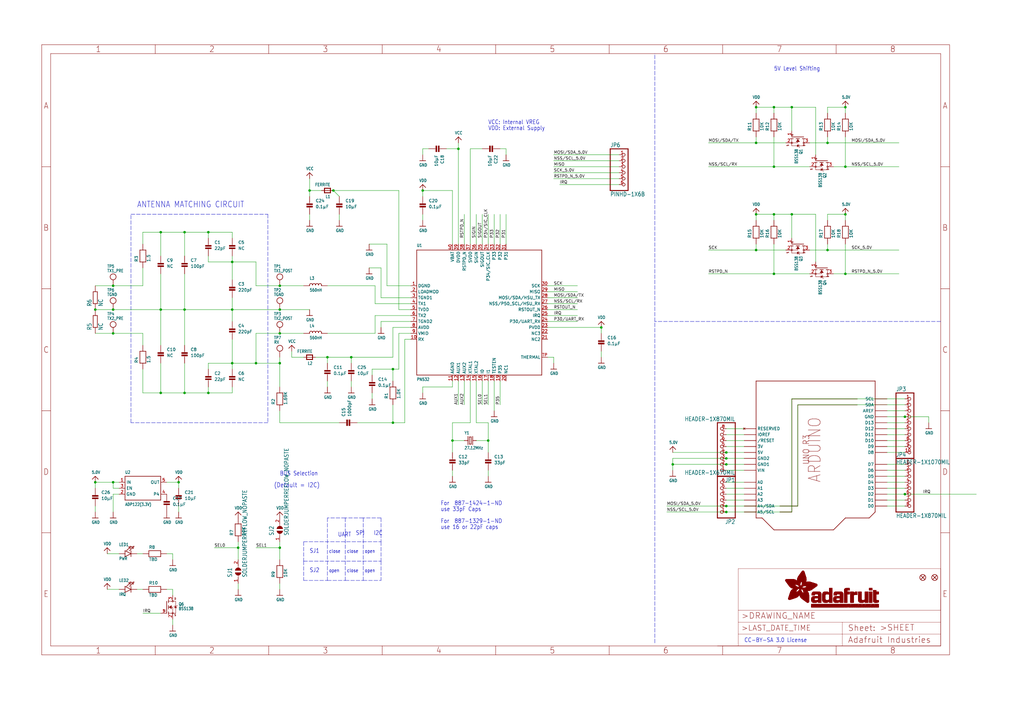
<source format=kicad_sch>
(kicad_sch (version 20211123) (generator eeschema)
  (paper "User" 436.88 299.161)
  (lib_symbols
    (symbol "Adafruit_PN532_Shield_v1.3-eagle-import:5.0V" (power)
      (property "Value" "5.0V" (at -1.524 1.016 0))
      (symbol "5.0V_1_0"
        (pin power_in line (at 0 -2.54 90) (length 2.54) (name "5.0V") (number "1"))
      )
    )
    (symbol "Adafruit_PN532_Shield_v1.3-eagle-import:ARDUINOR3NODIM"
      (symbol "ARDUINOR3NODIM_1_0"
        (text "ARDUINO" (at -17.78 2.54 0) (effects (font (size 5.08 4.318)) (justify left bottom)))
        (text "UNO R3" (at -10.16 -2.54 0) (effects (font (size 2.54 2.159)) (justify left bottom)))
        (pin power_in line (at -5.08 -30.48 90) (length 5.08) (name "3V") (number "3V"))
        (pin power_in line (at -2.54 -30.48 90) (length 5.08) (name "5V") (number "5V"))
        (pin bidirectional line (at 10.16 -30.48 90) (length 5.08) (name "A0") (number "A0"))
        (pin bidirectional line (at 12.7 -30.48 90) (length 5.08) (name "A1") (number "A1"))
        (pin bidirectional line (at 15.24 -30.48 90) (length 5.08) (name "A2") (number "A2"))
        (pin bidirectional line (at 17.78 -30.48 90) (length 5.08) (name "A3") (number "A3"))
        (pin bidirectional line (at 20.32 -30.48 90) (length 5.08) (name "A4/SDA") (number "A4"))
        (pin bidirectional line (at 22.86 -30.48 90) (length 5.08) (name "A5/SCL") (number "A5"))
        (pin bidirectional line (at -20.32 30.48 270) (length 5.08) (name "AREF") (number "AREF"))
        (pin bidirectional line (at 20.32 30.48 270) (length 5.08) (name "D0") (number "D0"))
        (pin bidirectional line (at 17.78 30.48 270) (length 5.08) (name "D1") (number "D1"))
        (pin bidirectional line (at -7.62 30.48 270) (length 5.08) (name "D10") (number "D10"))
        (pin bidirectional line (at -10.16 30.48 270) (length 5.08) (name "D11") (number "D11"))
        (pin bidirectional line (at -12.7 30.48 270) (length 5.08) (name "D12") (number "D12"))
        (pin bidirectional line (at -15.24 30.48 270) (length 5.08) (name "D13") (number "D13"))
        (pin bidirectional line (at 15.24 30.48 270) (length 5.08) (name "D2") (number "D2"))
        (pin bidirectional line (at 12.7 30.48 270) (length 5.08) (name "D3") (number "D3"))
        (pin bidirectional line (at 10.16 30.48 270) (length 5.08) (name "D4") (number "D4"))
        (pin bidirectional line (at 7.62 30.48 270) (length 5.08) (name "D5") (number "D5"))
        (pin bidirectional line (at 5.08 30.48 270) (length 5.08) (name "D6") (number "D6"))
        (pin bidirectional line (at 2.54 30.48 270) (length 5.08) (name "D7") (number "D7"))
        (pin bidirectional line (at -2.54 30.48 270) (length 5.08) (name "D8") (number "D8"))
        (pin bidirectional line (at -5.08 30.48 270) (length 5.08) (name "D9") (number "D9"))
        (pin power_in line (at -17.78 30.48 270) (length 5.08) (name "GND") (number "GND"))
        (pin power_in line (at 2.54 -30.48 90) (length 5.08) (name "GND1") (number "GND1"))
        (pin power_in line (at 0 -30.48 90) (length 5.08) (name "GND2") (number "GND2"))
        (pin output line (at -10.16 -30.48 90) (length 5.08) (name "IOREF") (number "IOREF"))
        (pin no_connect line (at -12.7 -30.48 90) (length 5.08) (name "RESERVED") (number "RESERVED"))
        (pin bidirectional line (at -7.62 -30.48 90) (length 5.08) (name "/RESET") (number "RESET"))
        (pin bidirectional line (at -25.4 30.48 270) (length 5.08) (name "SCL") (number "SCL"))
        (pin bidirectional line (at -22.86 30.48 270) (length 5.08) (name "SDA") (number "SDA"))
        (pin power_in line (at 5.08 -30.48 90) (length 5.08) (name "VIN") (number "VIN"))
      )
    )
    (symbol "Adafruit_PN532_Shield_v1.3-eagle-import:CAP_CERAMIC0805"
      (property "Reference" "C" (at 2.54 2.54 0))
      (property "Value" "CAP_CERAMIC0805" (at 2.54 0 0))
      (symbol "CAP_CERAMIC0805_1_0"
        (pin passive line (at 0 5.08 270) (length 2.54) (name "P$1") (number "1"))
        (pin passive line (at 0 -2.54 90) (length 2.54) (name "P$2") (number "2"))
      )
    )
    (symbol "Adafruit_PN532_Shield_v1.3-eagle-import:CRYSTAL3.2X2.5"
      (property "Reference" "Y" (at -2.54 2.54 0))
      (property "Value" "CRYSTAL3.2X2.5" (at -2.54 -3.81 0))
      (symbol "CRYSTAL3.2X2.5_1_0"
        (pin passive line (at -2.54 0 0) (length 0) (name "1") (number "1"))
        (pin passive line (at 2.54 0 180) (length 0) (name "2") (number "2"))
      )
    )
    (symbol "Adafruit_PN532_Shield_v1.3-eagle-import:FERRITE0805"
      (property "Reference" "FB" (at -1.27 1.905 0))
      (property "Value" "FERRITE0805" (at -1.27 -3.175 0))
      (symbol "FERRITE0805_1_0"
        (pin passive line (at -2.54 0 0) (length 2.54) (name "P$1") (number "1"))
        (pin passive line (at 2.54 0 180) (length 2.54) (name "P$2") (number "2"))
      )
    )
    (symbol "Adafruit_PN532_Shield_v1.3-eagle-import:FIDUCIAL1X2.5")
    (symbol "Adafruit_PN532_Shield_v1.3-eagle-import:FRAME_A3_ADAFRUIT"
      (symbol "FRAME_A3_ADAFRUIT_1_0"
        (text "1" (at 24.2094 1.905 0) (effects (font (size 2.54 2.286))))
        (text "1" (at 24.2094 258.445 0) (effects (font (size 2.54 2.286))))
        (text "2" (at 72.6281 1.905 0) (effects (font (size 2.54 2.286))))
        (text "2" (at 72.6281 258.445 0) (effects (font (size 2.54 2.286))))
        (text "3" (at 121.0469 1.905 0) (effects (font (size 2.54 2.286))))
        (text "3" (at 121.0469 258.445 0) (effects (font (size 2.54 2.286))))
        (text "4" (at 169.4656 1.905 0) (effects (font (size 2.54 2.286))))
        (text "4" (at 169.4656 258.445 0) (effects (font (size 2.54 2.286))))
        (text "5" (at 217.8844 1.905 0) (effects (font (size 2.54 2.286))))
        (text "5" (at 217.8844 258.445 0) (effects (font (size 2.54 2.286))))
        (text "6" (at 266.3031 1.905 0) (effects (font (size 2.54 2.286))))
        (text "6" (at 266.3031 258.445 0) (effects (font (size 2.54 2.286))))
        (text "7" (at 314.7219 1.905 0) (effects (font (size 2.54 2.286))))
        (text "7" (at 314.7219 258.445 0) (effects (font (size 2.54 2.286))))
        (text "8" (at 363.1406 1.905 0) (effects (font (size 2.54 2.286))))
        (text "8" (at 363.1406 258.445 0) (effects (font (size 2.54 2.286))))
        (text ">DRAWING_NAME" (at 298.45 15.24 0) (effects (font (size 2.54 2.54)) (justify left bottom)))
        (text ">LAST_DATE_TIME" (at 298.45 10.16 0) (effects (font (size 2.286 2.286)) (justify left bottom)))
        (text ">SHEET" (at 357.505 10.16 0) (effects (font (size 2.54 2.54)) (justify left bottom)))
        (text "A" (at 1.905 234.315 0) (effects (font (size 2.54 2.286))))
        (text "A" (at 385.445 234.315 0) (effects (font (size 2.54 2.286))))
        (text "Adafruit Industries" (at 343.916 4.953 0) (effects (font (size 2.54 2.54)) (justify left bottom)))
        (text "B" (at 1.905 182.245 0) (effects (font (size 2.54 2.286))))
        (text "B" (at 385.445 182.245 0) (effects (font (size 2.54 2.286))))
        (text "C" (at 1.905 130.175 0) (effects (font (size 2.54 2.286))))
        (text "C" (at 385.445 130.175 0) (effects (font (size 2.54 2.286))))
        (text "D" (at 1.905 78.105 0) (effects (font (size 2.54 2.286))))
        (text "D" (at 385.445 78.105 0) (effects (font (size 2.54 2.286))))
        (text "E" (at 1.905 26.035 0) (effects (font (size 2.54 2.286))))
        (text "E" (at 385.445 26.035 0) (effects (font (size 2.54 2.286))))
        (text "Sheet:" (at 343.916 10.033 0) (effects (font (size 2.54 2.54)) (justify left bottom)))
      )
    )
    (symbol "Adafruit_PN532_Shield_v1.3-eagle-import:GND" (power)
      (property "Value" "GND" (at -1.524 -2.54 0))
      (symbol "GND_1_0"
        (pin power_in line (at 0 2.54 270) (length 2.54) (name "GND") (number "1"))
      )
    )
    (symbol "Adafruit_PN532_Shield_v1.3-eagle-import:HEADER-1X1070MIL"
      (property "Reference" "JP" (at -6.35 13.335 0))
      (property "Value" "HEADER-1X1070MIL" (at -6.35 -17.78 0))
      (symbol "HEADER-1X1070MIL_1_0"
        (pin passive inverted (at -2.54 10.16 0) (length 2.54) (name "1") (number "1"))
        (pin passive inverted (at -2.54 -12.7 0) (length 2.54) (name "10") (number "10"))
        (pin passive inverted (at -2.54 7.62 0) (length 2.54) (name "2") (number "2"))
        (pin passive inverted (at -2.54 5.08 0) (length 2.54) (name "3") (number "3"))
        (pin passive inverted (at -2.54 2.54 0) (length 2.54) (name "4") (number "4"))
        (pin passive inverted (at -2.54 0 0) (length 2.54) (name "5") (number "5"))
        (pin passive inverted (at -2.54 -2.54 0) (length 2.54) (name "6") (number "6"))
        (pin passive inverted (at -2.54 -5.08 0) (length 2.54) (name "7") (number "7"))
        (pin passive inverted (at -2.54 -7.62 0) (length 2.54) (name "8") (number "8"))
        (pin passive inverted (at -2.54 -10.16 0) (length 2.54) (name "9") (number "9"))
      )
    )
    (symbol "Adafruit_PN532_Shield_v1.3-eagle-import:HEADER-1X670MIL"
      (property "Reference" "JP" (at -6.35 10.795 0))
      (property "Value" "HEADER-1X670MIL" (at -6.35 -10.16 0))
      (symbol "HEADER-1X670MIL_1_0"
        (pin passive inverted (at -2.54 7.62 0) (length 2.54) (name "1") (number "1"))
        (pin passive inverted (at -2.54 5.08 0) (length 2.54) (name "2") (number "2"))
        (pin passive inverted (at -2.54 2.54 0) (length 2.54) (name "3") (number "3"))
        (pin passive inverted (at -2.54 0 0) (length 2.54) (name "4") (number "4"))
        (pin passive inverted (at -2.54 -2.54 0) (length 2.54) (name "5") (number "5"))
        (pin passive inverted (at -2.54 -5.08 0) (length 2.54) (name "6") (number "6"))
      )
    )
    (symbol "Adafruit_PN532_Shield_v1.3-eagle-import:HEADER-1X870MIL"
      (property "Reference" "JP" (at -6.35 13.335 0))
      (property "Value" "HEADER-1X870MIL" (at -6.35 -12.7 0))
      (symbol "HEADER-1X870MIL_1_0"
        (pin passive inverted (at -2.54 10.16 0) (length 2.54) (name "1") (number "1"))
        (pin passive inverted (at -2.54 7.62 0) (length 2.54) (name "2") (number "2"))
        (pin passive inverted (at -2.54 5.08 0) (length 2.54) (name "3") (number "3"))
        (pin passive inverted (at -2.54 2.54 0) (length 2.54) (name "4") (number "4"))
        (pin passive inverted (at -2.54 0 0) (length 2.54) (name "5") (number "5"))
        (pin passive inverted (at -2.54 -2.54 0) (length 2.54) (name "6") (number "6"))
        (pin passive inverted (at -2.54 -5.08 0) (length 2.54) (name "7") (number "7"))
        (pin passive inverted (at -2.54 -7.62 0) (length 2.54) (name "8") (number "8"))
      )
    )
    (symbol "Adafruit_PN532_Shield_v1.3-eagle-import:INDUCTOR0805"
      (property "Reference" "L" (at -2.54 2.54 0))
      (property "Value" "INDUCTOR0805" (at -2.54 -2.54 0))
      (symbol "INDUCTOR0805_1_0"
        (pin passive line (at -5.08 0 0) (length 2.54) (name "1") (number "1"))
        (pin passive line (at 5.08 0 180) (length 2.54) (name "2") (number "2"))
      )
    )
    (symbol "Adafruit_PN532_Shield_v1.3-eagle-import:LED0805"
      (property "Reference" "LED" (at -5.08 3.175 0))
      (property "Value" "LED0805" (at -5.08 -2.794 0))
      (symbol "LED0805_1_0"
        (pin passive line (at -5.08 0 0) (length 2.54) (name "A") (number "A"))
        (pin passive line (at 2.54 0 180) (length 2.54) (name "C") (number "C"))
      )
    )
    (symbol "Adafruit_PN532_Shield_v1.3-eagle-import:MOSFET-NWIDE"
      (property "Reference" "Q" (at 5.08 0.635 0))
      (property "Value" "MOSFET-NWIDE" (at 5.08 -1.27 0))
      (symbol "MOSFET-NWIDE_1_0"
        (text "D" (at 3.175 3.175 0) (effects (font (size 0.8128 0.6908)) (justify left bottom)))
        (text "G" (at -1.27 -1.905 0) (effects (font (size 0.8128 0.6908)) (justify left bottom)))
        (text "S" (at 3.175 -3.81 0) (effects (font (size 0.8128 0.6908)) (justify left bottom)))
        (pin bidirectional line (at -2.54 -2.54 0) (length 2.54) (name "G") (number "1"))
        (pin bidirectional line (at 2.54 -5.08 90) (length 2.54) (name "S") (number "2"))
        (pin bidirectional line (at 2.54 5.08 270) (length 2.54) (name "D") (number "3"))
      )
    )
    (symbol "Adafruit_PN532_Shield_v1.3-eagle-import:PINHD-1X6B"
      (property "Reference" "JP" (at -6.35 10.795 0))
      (property "Value" "PINHD-1X6B" (at -6.35 -10.16 0))
      (symbol "PINHD-1X6B_1_0"
        (pin passive inverted (at -2.54 7.62 0) (length 2.54) (name "1") (number "1"))
        (pin passive inverted (at -2.54 5.08 0) (length 2.54) (name "2") (number "2"))
        (pin passive inverted (at -2.54 2.54 0) (length 2.54) (name "3") (number "3"))
        (pin passive inverted (at -2.54 0 0) (length 2.54) (name "4") (number "4"))
        (pin passive inverted (at -2.54 -2.54 0) (length 2.54) (name "5") (number "5"))
        (pin passive inverted (at -2.54 -5.08 0) (length 2.54) (name "6") (number "6"))
      )
    )
    (symbol "Adafruit_PN532_Shield_v1.3-eagle-import:PN532"
      (property "Reference" "U" (at -27.94 29.21 0))
      (property "Value" "PN532" (at -27.94 -27.94 0))
      (symbol "PN532_1_0"
        (pin bidirectional line (at -30.48 12.7 0) (length 2.54) (name "DGND") (number "1"))
        (pin bidirectional line (at -30.48 -10.16 0) (length 2.54) (name "RX") (number "10"))
        (pin bidirectional line (at -12.7 -27.94 90) (length 2.54) (name "AGND") (number "11"))
        (pin bidirectional line (at -10.16 -27.94 90) (length 2.54) (name "AUX1") (number "12"))
        (pin bidirectional line (at -7.62 -27.94 90) (length 2.54) (name "AUX2") (number "13"))
        (pin bidirectional line (at -5.08 -27.94 90) (length 2.54) (name "XTAL1") (number "14"))
        (pin bidirectional line (at -2.54 -27.94 90) (length 2.54) (name "XTAL2") (number "15"))
        (pin bidirectional line (at 0 -27.94 90) (length 2.54) (name "I0") (number "16"))
        (pin bidirectional line (at 2.54 -27.94 90) (length 2.54) (name "I1") (number "17"))
        (pin bidirectional line (at 5.08 -27.94 90) (length 2.54) (name "TESTEN") (number "18"))
        (pin bidirectional line (at 7.62 -27.94 90) (length 2.54) (name "P35") (number "19"))
        (pin bidirectional line (at -30.48 10.16 0) (length 2.54) (name "LOADMOD") (number "2"))
        (pin bidirectional line (at 10.16 -27.94 90) (length 2.54) (name "NC1") (number "20"))
        (pin bidirectional line (at 27.94 -10.16 180) (length 2.54) (name "NC2") (number "21"))
        (pin bidirectional line (at 27.94 -7.62 180) (length 2.54) (name "NC3") (number "22"))
        (pin bidirectional line (at 27.94 -5.08 180) (length 2.54) (name "PVDD") (number "23"))
        (pin bidirectional line (at 27.94 -2.54 180) (length 2.54) (name "P30/UART_RX") (number "24"))
        (pin bidirectional line (at 27.94 0 180) (length 2.54) (name "IRQ") (number "25"))
        (pin bidirectional line (at 27.94 2.54 180) (length 2.54) (name "RSTOUT_N") (number "26"))
        (pin bidirectional line (at 27.94 5.08 180) (length 2.54) (name "NSS/P50_SCL/HSU_RX") (number "27"))
        (pin bidirectional line (at 27.94 7.62 180) (length 2.54) (name "MOSI/SDA/HSU_TX") (number "28"))
        (pin bidirectional line (at 27.94 10.16 180) (length 2.54) (name "MISO") (number "29"))
        (pin bidirectional line (at -30.48 7.62 0) (length 2.54) (name "TGND1") (number "3"))
        (pin bidirectional line (at 27.94 12.7 180) (length 2.54) (name "SCK") (number "30"))
        (pin bidirectional line (at 10.16 30.48 270) (length 2.54) (name "P31") (number "31"))
        (pin bidirectional line (at 7.62 30.48 270) (length 2.54) (name "P32") (number "32"))
        (pin bidirectional line (at 5.08 30.48 270) (length 2.54) (name "P33") (number "33"))
        (pin bidirectional line (at 2.54 30.48 270) (length 2.54) (name "P34/SIC_CLK") (number "34"))
        (pin bidirectional line (at 0 30.48 270) (length 2.54) (name "SIGOUT") (number "35"))
        (pin bidirectional line (at -2.54 30.48 270) (length 2.54) (name "SIGIN") (number "36"))
        (pin bidirectional line (at -5.08 30.48 270) (length 2.54) (name "SVDD") (number "37"))
        (pin bidirectional line (at -7.62 30.48 270) (length 2.54) (name "RSTPD_N") (number "38"))
        (pin bidirectional line (at -10.16 30.48 270) (length 2.54) (name "DVDD") (number "39"))
        (pin bidirectional line (at -30.48 5.08 0) (length 2.54) (name "TX1") (number "4"))
        (pin bidirectional line (at -12.7 30.48 270) (length 2.54) (name "VBAT") (number "40"))
        (pin bidirectional line (at -30.48 2.54 0) (length 2.54) (name "TVDD") (number "5"))
        (pin bidirectional line (at -30.48 0 0) (length 2.54) (name "TX2") (number "6"))
        (pin bidirectional line (at -30.48 -2.54 0) (length 2.54) (name "TGND2") (number "7"))
        (pin bidirectional line (at -30.48 -5.08 0) (length 2.54) (name "AVDD") (number "8"))
        (pin bidirectional line (at -30.48 -7.62 0) (length 2.54) (name "VMID") (number "9"))
        (pin bidirectional line (at 27.94 -17.78 180) (length 2.54) (name "THERMAL") (number "TP"))
      )
    )
    (symbol "Adafruit_PN532_Shield_v1.3-eagle-import:R-EU_R0201"
      (property "Reference" "R" (at -3.81 1.4986 0))
      (property "Value" "R-EU_R0201" (at -3.81 -3.302 0))
      (symbol "R-EU_R0201_1_0"
        (pin passive line (at -5.08 0 0) (length 2.54) (name "1") (number "1"))
        (pin passive line (at 5.08 0 180) (length 2.54) (name "2") (number "2"))
      )
    )
    (symbol "Adafruit_PN532_Shield_v1.3-eagle-import:RESISTOR0805"
      (property "Reference" "R" (at -2.54 2.032 0))
      (property "Value" "RESISTOR0805" (at -2.54 -3.175 0))
      (symbol "RESISTOR0805_1_0"
        (pin passive line (at -5.08 0 0) (length 2.54) (name "1") (number "1"))
        (pin passive line (at 5.08 0 180) (length 2.54) (name "2") (number "2"))
      )
    )
    (symbol "Adafruit_PN532_Shield_v1.3-eagle-import:SOLDERJUMPERREFLOW_NOPASTE"
      (property "Reference" "SJ" (at -2.54 2.54 0))
      (property "Value" "SOLDERJUMPERREFLOW_NOPASTE" (at -2.54 -3.81 0))
      (symbol "SOLDERJUMPERREFLOW_NOPASTE_1_0"
        (pin passive line (at -5.08 0 0) (length 2.54) (name "1") (number "1"))
        (pin passive line (at 5.08 0 180) (length 2.54) (name "2") (number "2"))
      )
    )
    (symbol "Adafruit_PN532_Shield_v1.3-eagle-import:TESTPOINTPAD"
      (property "Reference" "TP" (at -2.54 7.62 0))
      (property "Value" "TESTPOINTPAD" (at -2.54 5.715 0))
      (symbol "TESTPOINTPAD_1_0"
        (pin bidirectional line (at 0 0 90) (length 2.54) (name "P$1") (number "P$1"))
      )
    )
    (symbol "Adafruit_PN532_Shield_v1.3-eagle-import:VCC" (power)
      (property "Value" "VCC" (at -1.524 1.016 0))
      (symbol "VCC_1_0"
        (pin power_in line (at 0 -2.54 90) (length 2.54) (name "VCC") (number "1"))
      )
    )
    (symbol "Adafruit_PN532_Shield_v1.3-eagle-import:VDD" (power)
      (property "Value" "VDD" (at -1.524 1.016 0))
      (symbol "VDD_1_0"
        (pin power_in line (at 0 -2.54 90) (length 2.54) (name "VDD") (number "1"))
      )
    )
    (symbol "Adafruit_PN532_Shield_v1.3-eagle-import:VREG_SOT23-5"
      (property "Reference" "U" (at -7.62 6.096 0))
      (property "Value" "VREG_SOT23-5" (at -7.62 -7.62 0))
      (symbol "VREG_SOT23-5_1_0"
        (pin bidirectional line (at -10.16 2.54 0) (length 2.54) (name "IN") (number "1"))
        (pin bidirectional line (at -10.16 -2.54 0) (length 2.54) (name "GND") (number "2"))
        (pin bidirectional line (at -10.16 0 0) (length 2.54) (name "EN") (number "3"))
        (pin bidirectional line (at 10.16 -2.54 180) (length 2.54) (name "P4") (number "4"))
        (pin bidirectional line (at 10.16 2.54 180) (length 2.54) (name "OUT") (number "5"))
      )
    )
  )
  (junction (at 48.26 205.74))
  (junction (at 149.86 152.4))
  (junction (at 195.58 63.5))
  (junction (at 353.06 106.68))
  (junction (at 309.88 218.44))
  (junction (at 48.26 142.24))
  (junction (at 309.88 195.58))
  (junction (at 322.58 91.44))
  (junction (at 180.34 81.28))
  (junction (at 208.28 187.96))
  (junction (at 337.82 91.44))
  (junction (at 109.22 154.94))
  (junction (at 48.26 121.92))
  (junction (at 322.58 45.72))
  (junction (at 309.88 198.12))
  (junction (at 119.38 233.68))
  (junction (at 330.2 91.44))
  (junction (at 132.08 81.28))
  (junction (at 119.38 154.94))
  (junction (at 360.68 116.84))
  (junction (at 330.2 71.12))
  (junction (at 167.64 157.48))
  (junction (at 139.7 152.4))
  (junction (at 88.9 167.64))
  (junction (at 337.82 45.72))
  (junction (at 309.88 215.9))
  (junction (at 142.24 81.28))
  (junction (at 360.68 45.72))
  (junction (at 101.6 233.68))
  (junction (at 99.06 154.94))
  (junction (at 68.58 132.08))
  (junction (at 330.2 45.72))
  (junction (at 40.64 205.74))
  (junction (at 99.06 111.76))
  (junction (at 256.54 139.7))
  (junction (at 78.74 167.64))
  (junction (at 119.38 132.08))
  (junction (at 287.02 198.12))
  (junction (at 360.68 91.44))
  (junction (at 386.08 177.8))
  (junction (at 99.06 132.08))
  (junction (at 167.64 180.34))
  (junction (at 78.74 132.08))
  (junction (at 78.74 99.06))
  (junction (at 322.58 106.68))
  (junction (at 68.58 167.64))
  (junction (at 119.38 121.92))
  (junction (at 322.58 60.96))
  (junction (at 88.9 99.06))
  (junction (at 386.08 210.82))
  (junction (at 360.68 71.12))
  (junction (at 309.88 193.04))
  (junction (at 353.06 60.96))
  (junction (at 48.26 132.08))
  (junction (at 119.38 142.24))
  (junction (at 68.58 99.06))
  (junction (at 76.2 205.74))
  (junction (at 193.04 187.96))
  (junction (at 330.2 116.84))
  (junction (at 40.64 132.08))
  (wire (pts (xy 48.26 205.74) (xy 40.64 205.74)))
  (polyline (pts (xy 154.94 247.65) (xy 162.56 247.65)))
  (wire (pts (xy 71.12 205.74) (xy 76.2 205.74)))
  (wire (pts (xy 58.42 251.46) (xy 60.96 251.46)))
  (wire (pts (xy 386.08 180.34) (xy 378.46 180.34)))
  (wire (pts (xy 160.02 129.54) (xy 175.26 129.54)))
  (wire (pts (xy 233.68 121.92) (xy 246.38 121.92)))
  (wire (pts (xy 200.66 63.5) (xy 205.74 63.5)))
  (wire (pts (xy 167.64 172.72) (xy 167.64 180.34)))
  (wire (pts (xy 208.28 162.56) (xy 208.28 172.72)))
  (wire (pts (xy 340.36 172.72) (xy 386.08 172.72)))
  (wire (pts (xy 60.96 167.64) (xy 60.96 157.48)))
  (wire (pts (xy 45.72 236.22) (xy 50.8 236.22)))
  (wire (pts (xy 309.88 193.04) (xy 317.5 193.04)))
  (wire (pts (xy 158.75 167.64) (xy 158.75 170.18)))
  (wire (pts (xy 213.36 104.14) (xy 213.36 91.44)))
  (wire (pts (xy 48.26 210.82) (xy 48.26 218.44)))
  (polyline (pts (xy 147.32 220.98) (xy 147.32 247.65)))
  (wire (pts (xy 330.2 71.12) (xy 302.26 71.12)))
  (wire (pts (xy 76.2 208.28) (xy 76.2 205.74)))
  (wire (pts (xy 330.2 45.72) (xy 322.58 45.72)))
  (wire (pts (xy 101.6 233.68) (xy 91.44 233.68)))
  (wire (pts (xy 40.64 205.74) (xy 40.64 208.28)))
  (wire (pts (xy 215.9 63.5) (xy 215.9 66.04)))
  (wire (pts (xy 205.74 162.56) (xy 205.74 172.72)))
  (wire (pts (xy 48.26 132.08) (xy 68.58 132.08)))
  (wire (pts (xy 309.88 218.44) (xy 337.82 218.44)))
  (wire (pts (xy 99.06 111.76) (xy 88.9 111.76)))
  (wire (pts (xy 208.28 180.34) (xy 208.28 187.96)))
  (wire (pts (xy 160.02 142.24) (xy 160.02 134.62)))
  (wire (pts (xy 175.26 121.92) (xy 165.1 121.92)))
  (wire (pts (xy 134.62 152.4) (xy 139.7 152.4)))
  (wire (pts (xy 353.06 60.96) (xy 383.54 60.96)))
  (wire (pts (xy 360.68 71.12) (xy 383.54 71.12)))
  (wire (pts (xy 88.9 167.64) (xy 99.06 167.64)))
  (wire (pts (xy 200.66 104.14) (xy 200.66 63.5)))
  (wire (pts (xy 160.02 121.92) (xy 160.02 129.54)))
  (wire (pts (xy 309.88 200.66) (xy 317.5 200.66)))
  (wire (pts (xy 236.22 68.58) (xy 264.16 68.58)))
  (wire (pts (xy 144.78 91.44) (xy 144.78 93.98)))
  (wire (pts (xy 193.04 180.34) (xy 193.04 187.96)))
  (wire (pts (xy 99.06 165.1) (xy 99.06 167.64)))
  (wire (pts (xy 347.98 66.04) (xy 347.98 45.72)))
  (wire (pts (xy 309.88 213.36) (xy 317.5 213.36)))
  (wire (pts (xy 386.08 198.12) (xy 378.46 198.12)))
  (wire (pts (xy 236.22 73.66) (xy 264.16 73.66)))
  (wire (pts (xy 139.7 152.4) (xy 139.7 154.94)))
  (wire (pts (xy 167.64 139.7) (xy 167.64 152.4)))
  (wire (pts (xy 182.88 63.5) (xy 180.34 63.5)))
  (polyline (pts (xy 147.32 220.98) (xy 139.7 220.98)))
  (wire (pts (xy 101.6 233.68) (xy 101.6 231.14)))
  (wire (pts (xy 119.38 233.68) (xy 109.22 233.68)))
  (polyline (pts (xy 279.4 137.16) (xy 279.4 22.86)))
  (wire (pts (xy 68.58 167.64) (xy 78.74 167.64)))
  (wire (pts (xy 322.58 48.26) (xy 322.58 45.72)))
  (wire (pts (xy 355.6 71.12) (xy 360.68 71.12)))
  (wire (pts (xy 322.58 60.96) (xy 335.28 60.96)))
  (wire (pts (xy 353.06 93.98) (xy 353.06 91.44)))
  (wire (pts (xy 302.26 60.96) (xy 322.58 60.96)))
  (wire (pts (xy 162.56 137.16) (xy 162.56 139.7)))
  (polyline (pts (xy 129.54 247.65) (xy 139.7 247.65)))
  (wire (pts (xy 302.26 116.84) (xy 330.2 116.84)))
  (polyline (pts (xy 55.88 180.34) (xy 55.88 91.44)))
  (wire (pts (xy 139.7 121.92) (xy 160.02 121.92)))
  (wire (pts (xy 330.2 91.44) (xy 322.58 91.44)))
  (wire (pts (xy 60.96 167.64) (xy 68.58 167.64)))
  (wire (pts (xy 99.06 154.94) (xy 99.06 157.48)))
  (wire (pts (xy 99.06 132.08) (xy 119.38 132.08)))
  (wire (pts (xy 99.06 144.78) (xy 99.06 154.94)))
  (wire (pts (xy 88.9 157.48) (xy 88.9 154.94)))
  (wire (pts (xy 330.2 48.26) (xy 330.2 45.72)))
  (wire (pts (xy 99.06 137.16) (xy 99.06 132.08)))
  (wire (pts (xy 175.26 144.78) (xy 172.72 144.78)))
  (wire (pts (xy 119.38 132.08) (xy 132.08 132.08)))
  (wire (pts (xy 158.75 157.48) (xy 158.75 160.02)))
  (wire (pts (xy 287.02 198.12) (xy 287.02 200.66)))
  (wire (pts (xy 149.86 152.4) (xy 149.86 154.94)))
  (wire (pts (xy 203.2 104.14) (xy 203.2 91.44)))
  (wire (pts (xy 88.9 154.94) (xy 99.06 154.94)))
  (wire (pts (xy 68.58 132.08) (xy 78.74 132.08)))
  (wire (pts (xy 386.08 182.88) (xy 378.46 182.88)))
  (wire (pts (xy 180.34 63.5) (xy 180.34 66.04)))
  (wire (pts (xy 167.64 157.48) (xy 167.64 162.56)))
  (wire (pts (xy 383.54 116.84) (xy 360.68 116.84)))
  (wire (pts (xy 233.68 124.46) (xy 246.38 124.46)))
  (wire (pts (xy 236.22 152.4) (xy 236.22 154.94)))
  (wire (pts (xy 386.08 193.04) (xy 378.46 193.04)))
  (wire (pts (xy 99.06 111.76) (xy 99.06 119.38)))
  (wire (pts (xy 50.8 251.46) (xy 45.72 251.46)))
  (wire (pts (xy 88.9 167.64) (xy 88.9 165.1)))
  (wire (pts (xy 238.76 78.74) (xy 264.16 78.74)))
  (wire (pts (xy 60.96 104.14) (xy 60.96 99.06)))
  (wire (pts (xy 48.26 208.28) (xy 48.26 205.74)))
  (wire (pts (xy 73.66 236.22) (xy 73.66 238.76)))
  (wire (pts (xy 175.26 139.7) (xy 167.64 139.7)))
  (wire (pts (xy 193.04 162.56) (xy 193.04 165.1)))
  (wire (pts (xy 208.28 104.14) (xy 208.28 91.44)))
  (wire (pts (xy 149.86 165.1) (xy 149.86 162.56)))
  (wire (pts (xy 88.9 111.76) (xy 88.9 109.22)))
  (wire (pts (xy 119.38 142.24) (xy 129.54 142.24)))
  (polyline (pts (xy 114.3 91.44) (xy 114.3 180.34)))
  (wire (pts (xy 195.58 63.5) (xy 195.58 60.96)))
  (wire (pts (xy 180.34 165.1) (xy 180.34 167.64)))
  (wire (pts (xy 60.96 121.92) (xy 48.26 121.92)))
  (wire (pts (xy 40.64 142.24) (xy 48.26 142.24)))
  (polyline (pts (xy 139.7 247.65) (xy 147.32 247.65)))
  (wire (pts (xy 353.06 91.44) (xy 360.68 91.44)))
  (polyline (pts (xy 129.54 239.395) (xy 162.56 239.395)))
  (wire (pts (xy 50.8 210.82) (xy 48.26 210.82)))
  (wire (pts (xy 386.08 185.42) (xy 378.46 185.42)))
  (wire (pts (xy 101.6 248.92) (xy 101.6 251.46)))
  (wire (pts (xy 309.88 195.58) (xy 317.5 195.58)))
  (wire (pts (xy 68.58 147.32) (xy 68.58 132.08)))
  (wire (pts (xy 68.58 99.06) (xy 68.58 109.22)))
  (wire (pts (xy 144.78 83.82) (xy 142.24 81.28)))
  (wire (pts (xy 233.68 129.54) (xy 246.38 129.54)))
  (polyline (pts (xy 162.56 231.14) (xy 162.56 239.395)))
  (wire (pts (xy 195.58 162.56) (xy 195.58 172.72)))
  (wire (pts (xy 353.06 48.26) (xy 353.06 45.72)))
  (wire (pts (xy 119.38 248.92) (xy 119.38 251.46)))
  (wire (pts (xy 360.68 48.26) (xy 360.68 45.72)))
  (wire (pts (xy 68.58 154.94) (xy 68.58 167.64)))
  (wire (pts (xy 99.06 111.76) (xy 109.22 111.76)))
  (wire (pts (xy 203.2 180.34) (xy 208.28 180.34)))
  (wire (pts (xy 287.02 195.58) (xy 287.02 198.12)))
  (wire (pts (xy 233.68 134.62) (xy 246.38 134.62)))
  (wire (pts (xy 137.16 81.28) (xy 132.08 81.28)))
  (wire (pts (xy 233.68 137.16) (xy 246.38 137.16)))
  (wire (pts (xy 236.22 71.12) (xy 264.16 71.12)))
  (wire (pts (xy 76.2 215.9) (xy 76.2 218.44)))
  (wire (pts (xy 99.06 101.6) (xy 99.06 99.06)))
  (wire (pts (xy 322.58 93.98) (xy 322.58 91.44)))
  (wire (pts (xy 256.54 149.86) (xy 256.54 152.4)))
  (wire (pts (xy 78.74 99.06) (xy 78.74 109.22)))
  (wire (pts (xy 132.08 93.98) (xy 132.08 91.44)))
  (wire (pts (xy 60.96 121.92) (xy 60.96 114.3)))
  (wire (pts (xy 193.04 193.04) (xy 193.04 187.96)))
  (wire (pts (xy 386.08 213.36) (xy 378.46 213.36)))
  (wire (pts (xy 345.44 60.96) (xy 353.06 60.96)))
  (wire (pts (xy 88.9 99.06) (xy 78.74 99.06)))
  (wire (pts (xy 264.16 76.2) (xy 236.22 76.2)))
  (wire (pts (xy 345.44 71.12) (xy 330.2 71.12)))
  (polyline (pts (xy 55.88 91.44) (xy 114.3 91.44)))
  (wire (pts (xy 256.54 139.7) (xy 256.54 142.24)))
  (wire (pts (xy 322.58 106.68) (xy 322.58 104.14)))
  (polyline (pts (xy 114.3 180.34) (xy 55.88 180.34)))
  (wire (pts (xy 195.58 104.14) (xy 195.58 63.5)))
  (wire (pts (xy 119.38 154.94) (xy 109.22 154.94)))
  (wire (pts (xy 386.08 210.82) (xy 416.56 210.82)))
  (wire (pts (xy 208.28 200.66) (xy 208.28 203.2)))
  (wire (pts (xy 48.26 142.24) (xy 60.96 142.24)))
  (wire (pts (xy 203.2 162.56) (xy 203.2 180.34)))
  (wire (pts (xy 309.88 182.88) (xy 317.5 182.88)))
  (wire (pts (xy 48.26 121.92) (xy 40.64 121.92)))
  (polyline (pts (xy 129.54 231.14) (xy 162.56 231.14)))
  (wire (pts (xy 337.82 170.18) (xy 337.82 218.44)))
  (wire (pts (xy 233.68 132.08) (xy 246.38 132.08)))
  (wire (pts (xy 309.88 210.82) (xy 317.5 210.82)))
  (wire (pts (xy 124.46 152.4) (xy 124.46 149.86)))
  (wire (pts (xy 337.82 170.18) (xy 386.08 170.18)))
  (wire (pts (xy 208.28 187.96) (xy 208.28 193.04)))
  (wire (pts (xy 109.22 111.76) (xy 109.22 121.92)))
  (wire (pts (xy 233.68 152.4) (xy 236.22 152.4)))
  (polyline (pts (xy 154.94 220.98) (xy 147.32 220.98)))
  (wire (pts (xy 101.6 233.68) (xy 101.6 238.76)))
  (wire (pts (xy 205.74 104.14) (xy 205.74 91.44)))
  (wire (pts (xy 330.2 104.14) (xy 330.2 116.84)))
  (wire (pts (xy 78.74 147.32) (xy 78.74 132.08)))
  (wire (pts (xy 119.38 165.1) (xy 119.38 154.94)))
  (wire (pts (xy 233.68 127) (xy 246.38 127)))
  (wire (pts (xy 233.68 139.7) (xy 256.54 139.7)))
  (wire (pts (xy 302.26 106.68) (xy 322.58 106.68)))
  (wire (pts (xy 213.36 162.56) (xy 213.36 172.72)))
  (wire (pts (xy 165.1 121.92) (xy 165.1 104.14)))
  (polyline (pts (xy 279.4 274.32) (xy 279.4 137.16)))
  (wire (pts (xy 139.7 162.56) (xy 139.7 165.1)))
  (wire (pts (xy 193.04 165.1) (xy 180.34 165.1)))
  (wire (pts (xy 386.08 210.82) (xy 378.46 210.82)))
  (polyline (pts (xy 154.94 220.98) (xy 154.94 247.65)))
  (wire (pts (xy 193.04 200.66) (xy 193.04 203.2)))
  (wire (pts (xy 78.74 167.64) (xy 88.9 167.64)))
  (wire (pts (xy 203.2 187.96) (xy 208.28 187.96)))
  (wire (pts (xy 309.88 190.5) (xy 317.5 190.5)))
  (wire (pts (xy 309.88 215.9) (xy 340.36 215.9)))
  (wire (pts (xy 322.58 106.68) (xy 335.28 106.68)))
  (wire (pts (xy 170.18 157.48) (xy 167.64 157.48)))
  (polyline (pts (xy 129.54 239.395) (xy 129.54 247.65)))
  (wire (pts (xy 119.38 121.92) (xy 129.54 121.92)))
  (wire (pts (xy 170.18 132.08) (xy 170.18 81.28)))
  (wire (pts (xy 68.58 261.62) (xy 60.96 261.62)))
  (wire (pts (xy 162.56 127) (xy 162.56 114.3)))
  (wire (pts (xy 193.04 81.28) (xy 180.34 81.28)))
  (wire (pts (xy 109.22 121.92) (xy 119.38 121.92)))
  (wire (pts (xy 193.04 104.14) (xy 193.04 81.28)))
  (wire (pts (xy 40.64 215.9) (xy 40.64 218.44)))
  (wire (pts (xy 170.18 142.24) (xy 170.18 157.48)))
  (wire (pts (xy 119.38 154.94) (xy 119.38 152.4)))
  (wire (pts (xy 99.06 154.94) (xy 109.22 154.94)))
  (wire (pts (xy 210.82 104.14) (xy 210.82 91.44)))
  (wire (pts (xy 386.08 205.74) (xy 378.46 205.74)))
  (wire (pts (xy 337.82 101.6) (xy 337.82 91.44)))
  (wire (pts (xy 132.08 81.28) (xy 132.08 76.2)))
  (wire (pts (xy 213.36 63.5) (xy 215.9 63.5)))
  (polyline (pts (xy 162.56 220.98) (xy 162.56 231.14)))
  (wire (pts (xy 337.82 45.72) (xy 330.2 45.72)))
  (wire (pts (xy 99.06 127) (xy 99.06 132.08)))
  (wire (pts (xy 386.08 208.28) (xy 378.46 208.28)))
  (wire (pts (xy 175.26 142.24) (xy 170.18 142.24)))
  (wire (pts (xy 353.06 104.14) (xy 353.06 106.68)))
  (wire (pts (xy 149.86 152.4) (xy 139.7 152.4)))
  (wire (pts (xy 172.72 144.78) (xy 172.72 180.34)))
  (polyline (pts (xy 162.56 220.98) (xy 154.94 220.98)))
  (wire (pts (xy 330.2 93.98) (xy 330.2 91.44)))
  (wire (pts (xy 347.98 91.44) (xy 337.82 91.44)))
  (wire (pts (xy 167.64 152.4) (xy 149.86 152.4)))
  (wire (pts (xy 180.34 91.44) (xy 180.34 93.98)))
  (wire (pts (xy 58.42 236.22) (xy 60.96 236.22)))
  (wire (pts (xy 347.98 111.76) (xy 347.98 91.44)))
  (wire (pts (xy 309.88 185.42) (xy 317.5 185.42)))
  (wire (pts (xy 193.04 187.96) (xy 198.12 187.96)))
  (wire (pts (xy 337.82 55.88) (xy 337.82 45.72)))
  (wire (pts (xy 60.96 147.32) (xy 60.96 142.24)))
  (wire (pts (xy 68.58 99.06) (xy 60.96 99.06)))
  (polyline (pts (xy 162.56 239.395) (xy 162.56 247.65)))
  (wire (pts (xy 109.22 154.94) (xy 109.22 142.24)))
  (wire (pts (xy 360.68 104.14) (xy 360.68 116.84)))
  (wire (pts (xy 330.2 116.84) (xy 345.44 116.84)))
  (wire (pts (xy 236.22 66.04) (xy 264.16 66.04)))
  (wire (pts (xy 139.7 142.24) (xy 160.02 142.24)))
  (wire (pts (xy 360.68 93.98) (xy 360.68 91.44)))
  (wire (pts (xy 347.98 45.72) (xy 337.82 45.72)))
  (wire (pts (xy 210.82 162.56) (xy 210.82 175.26)))
  (polyline (pts (xy 401.32 137.16) (xy 279.4 137.16)))
  (wire (pts (xy 198.12 104.14) (xy 198.12 91.44)))
  (wire (pts (xy 386.08 177.8) (xy 378.46 177.8)))
  (wire (pts (xy 322.58 58.42) (xy 322.58 60.96)))
  (wire (pts (xy 386.08 215.9) (xy 378.46 215.9)))
  (wire (pts (xy 167.64 180.34) (xy 152.4 180.34)))
  (wire (pts (xy 165.1 104.14) (xy 157.48 104.14)))
  (wire (pts (xy 198.12 162.56) (xy 198.12 172.72)))
  (wire (pts (xy 99.06 109.22) (xy 99.06 111.76)))
  (wire (pts (xy 88.9 99.06) (xy 88.9 101.6)))
  (wire (pts (xy 309.88 193.04) (xy 287.02 193.04)))
  (wire (pts (xy 337.82 91.44) (xy 330.2 91.44)))
  (wire (pts (xy 309.88 198.12) (xy 317.5 198.12)))
  (wire (pts (xy 309.88 218.44) (xy 284.48 218.44)))
  (wire (pts (xy 200.66 162.56) (xy 200.66 180.34)))
  (polyline (pts (xy 139.7 220.98) (xy 139.7 247.65)))
  (wire (pts (xy 160.02 134.62) (xy 175.26 134.62)))
  (wire (pts (xy 386.08 187.96) (xy 378.46 187.96)))
  (wire (pts (xy 78.74 132.08) (xy 99.06 132.08)))
  (wire (pts (xy 78.74 99.06) (xy 68.58 99.06)))
  (wire (pts (xy 345.44 106.68) (xy 353.06 106.68)))
  (wire (pts (xy 386.08 190.5) (xy 378.46 190.5)))
  (wire (pts (xy 309.88 195.58) (xy 287.02 195.58)))
  (wire (pts (xy 190.5 63.5) (xy 195.58 63.5)))
  (wire (pts (xy 109.22 142.24) (xy 119.38 142.24)))
  (wire (pts (xy 330.2 58.42) (xy 330.2 71.12)))
  (wire (pts (xy 167.64 157.48) (xy 158.75 157.48)))
  (wire (pts (xy 71.12 251.46) (xy 73.66 251.46)))
  (wire (pts (xy 396.24 177.8) (xy 396.24 180.34)))
  (wire (pts (xy 50.8 208.28) (xy 48.26 208.28)))
  (wire (pts (xy 119.38 180.34) (xy 119.38 175.26)))
  (wire (pts (xy 175.26 127) (xy 162.56 127)))
  (wire (pts (xy 386.08 177.8) (xy 396.24 177.8)))
  (wire (pts (xy 71.12 236.22) (xy 73.66 236.22)))
  (wire (pts (xy 162.56 114.3) (xy 157.48 114.3)))
  (wire (pts (xy 78.74 154.94) (xy 78.74 167.64)))
  (wire (pts (xy 309.88 208.28) (xy 317.5 208.28)))
  (wire (pts (xy 50.8 205.74) (xy 48.26 205.74)))
  (wire (pts (xy 172.72 180.34) (xy 167.64 180.34)))
  (wire (pts (xy 175.26 137.16) (xy 162.56 137.16)))
  (wire (pts (xy 99.06 99.06) (xy 88.9 99.06)))
  (polyline (pts (xy 129.54 231.14) (xy 129.54 239.395)))
  (wire (pts (xy 353.06 45.72) (xy 360.68 45.72)))
  (wire (pts (xy 340.36 215.9) (xy 340.36 172.72)))
  (wire (pts (xy 200.66 180.34) (xy 193.04 180.34)))
  (wire (pts (xy 119.38 233.68) (xy 119.38 238.76)))
  (wire (pts (xy 309.88 198.12) (xy 287.02 198.12)))
  (wire (pts (xy 386.08 175.26) (xy 378.46 175.26)))
  (wire (pts (xy 170.18 81.28) (xy 142.24 81.28)))
  (wire (pts (xy 40.64 132.08) (xy 48.26 132.08)))
  (wire (pts (xy 309.88 205.74) (xy 317.5 205.74)))
  (wire (pts (xy 360.68 71.12) (xy 360.68 58.42)))
  (wire (pts (xy 124.46 152.4) (xy 129.54 152.4)))
  (wire (pts (xy 180.34 81.28) (xy 180.34 83.82)))
  (wire (pts (xy 309.88 187.96) (xy 317.5 187.96)))
  (wire (pts (xy 360.68 116.84) (xy 355.6 116.84)))
  (wire (pts (xy 132.08 83.82) (xy 132.08 81.28)))
  (wire (pts (xy 144.78 180.34) (xy 119.38 180.34)))
  (polyline (pts (xy 147.32 247.65) (xy 154.94 247.65)))
  (wire (pts (xy 73.66 251.46) (xy 73.66 254)))
  (wire (pts (xy 353.06 60.96) (xy 353.06 58.42)))
  (wire (pts (xy 78.74 116.84) (xy 78.74 132.08)))
  (wire (pts (xy 353.06 106.68) (xy 383.54 106.68)))
  (wire (pts (xy 386.08 203.2) (xy 378.46 203.2)))
  (wire (pts (xy 175.26 132.08) (xy 170.18 132.08)))
  (wire (pts (xy 73.66 264.16) (xy 73.66 266.7)))
  (wire (pts (xy 386.08 200.66) (xy 378.46 200.66)))
  (wire (pts (xy 309.88 215.9) (xy 284.48 215.9)))
  (wire (pts (xy 68.58 116.84) (xy 68.58 132.08)))
  (wire (pts (xy 215.9 104.14) (xy 215.9 91.44)))
  (wire (pts (xy 119.38 231.14) (xy 119.38 233.68)))
  (text "UART" (at 144.145 229.235 180) (effects (font (size 1.778 1.5113)) (justify left bottom)))
  (text "For  887-1424-1-ND" (at 187.96 215.9 180) (effects (font (size 1.778 1.5113)) (justify left bottom)))
  (text "use 33pF Caps" (at 187.96 218.44 180) (effects (font (size 1.778 1.5113)) (justify left bottom)))
  (text "open" (at 155.575 244.475 180) (effects (font (size 1.4224 1.209)) (justify left bottom)))
  (text "CC-BY-SA 3.0 License" (at 317.5 274.32 180) (effects (font (size 1.778 1.5113)) (justify left bottom)))
  (text "SPI" (at 151.765 228.6 180) (effects (font (size 1.778 1.5113)) (justify left bottom)))
  (text "use 16 or 22pF caps" (at 187.96 226.06 180) (effects (font (size 1.778 1.5113)) (justify left bottom)))
  (text "I2C" (at 159.385 228.6 180) (effects (font (size 1.778 1.5113)) (justify left bottom)))
  (text "open" (at 155.575 236.22 180) (effects (font (size 1.4224 1.209)) (justify left bottom)))
  (text "SJ1" (at 132.08 236.22 180) (effects (font (size 1.778 1.5113)) (justify left bottom)))
  (text "ANTENNA MATCHING CIRCUIT" (at 58.42 88.9 180) (effects (font (size 2.54 2.159)) (justify left bottom)))
  (text "close" (at 147.955 244.475 180) (effects (font (size 1.4224 1.209)) (justify left bottom)))
  (text "BUS Selection" (at 119.38 203.2 180) (effects (font (size 1.778 1.5113)) (justify left bottom)))
  (text "VDD: External Supply" (at 208.28 55.88 180) (effects (font (size 1.778 1.5113)) (justify left bottom)))
  (text "open" (at 140.335 244.475 180) (effects (font (size 1.4224 1.209)) (justify left bottom)))
  (text "close" (at 140.335 236.22 180) (effects (font (size 1.4224 1.209)) (justify left bottom)))
  (text "VCC: Internal VREG" (at 208.28 53.34 180) (effects (font (size 1.778 1.5113)) (justify left bottom)))
  (text "For  887-1329-1-ND" (at 187.96 223.52 180) (effects (font (size 1.778 1.5113)) (justify left bottom)))
  (text "5V Level Shifting" (at 330.2 30.48 180) (effects (font (size 1.778 1.5113)) (justify left bottom)))
  (text "close" (at 147.955 236.22 180) (effects (font (size 1.4224 1.209)) (justify left bottom)))
  (text "SJ2" (at 132.08 244.475 180) (effects (font (size 1.778 1.5113)) (justify left bottom)))
  (text "(Default = I2C)" (at 116.84 208.28 180) (effects (font (size 1.9304 1.6408)) (justify left bottom)))
  (label "IRQ" (at 60.96 261.62 0) (effects (font (size 1.2446 1.2446))))
  (label "P31" (at 215.9 101.6 90) (effects (font (size 1.2446 1.2446))))
  (label "SCK" (at 302.26 106.68 0) (effects (font (size 1.2446 1.2446))))
  (label "MOSI/SDA_5.0V" (at 236.22 66.04 0) (effects (font (size 1.2446 1.2446))))
  (label "SIGIN" (at 203.2 101.6 90) (effects (font (size 1.2446 1.2446))))
  (label "NSS/SCL/RX" (at 236.22 129.54 0) (effects (font (size 1.2446 1.2446))))
  (label "AUX1" (at 195.58 172.72 90) (effects (font (size 1.2446 1.2446))))
  (label "P32" (at 213.36 101.6 90) (effects (font (size 1.2446 1.2446))))
  (label "SCK_5.0V" (at 363.22 106.68 0) (effects (font (size 1.2446 1.2446))))
  (label "MOSI/SDA_5.0V" (at 284.48 215.9 0) (effects (font (size 1.2446 1.2446))))
  (label "P33" (at 210.82 101.6 90) (effects (font (size 1.2446 1.2446))))
  (label "RSTPD_N_5.0V" (at 236.22 76.2 0) (effects (font (size 1.2446 1.2446))))
  (label "P35" (at 213.36 172.72 90) (effects (font (size 1.2446 1.2446))))
  (label "SEL0" (at 91.44 233.68 0) (effects (font (size 1.2446 1.2446))))
  (label "NSS/SCL_5.0V" (at 236.22 68.58 0) (effects (font (size 1.2446 1.2446))))
  (label "RSTPD_N_5.0V" (at 363.22 116.84 0) (effects (font (size 1.2446 1.2446))))
  (label "RSTOUT_N" (at 236.22 132.08 0) (effects (font (size 1.2446 1.2446))))
  (label "IRQ" (at 238.76 78.74 0) (effects (font (size 1.2446 1.2446))))
  (label "SEL1" (at 109.22 233.68 0) (effects (font (size 1.2446 1.2446))))
  (label "SEL0" (at 205.74 172.72 90) (effects (font (size 1.2446 1.2446))))
  (label "NSS/SCL/RX" (at 302.26 71.12 0) (effects (font (size 1.2446 1.2446))))
  (label "RSTPD_N" (at 198.12 101.6 90) (effects (font (size 1.2446 1.2446))))
  (label "AUX2" (at 198.12 172.72 90) (effects (font (size 1.2446 1.2446))))
  (label "P34/SIC_CLK" (at 208.28 101.6 90) (effects (font (size 1.2446 1.2446))))
  (label "MISO" (at 236.22 71.12 0) (effects (font (size 1.2446 1.2446))))
  (label "P30/UART_RX" (at 236.22 137.16 0) (effects (font (size 1.2446 1.2446))))
  (label "IRQ" (at 393.7 210.82 0) (effects (font (size 1.2446 1.2446))))
  (label "SCK_5.0V" (at 236.22 73.66 0) (effects (font (size 1.2446 1.2446))))
  (label "SCK" (at 236.22 121.92 0) (effects (font (size 1.2446 1.2446))))
  (label "MOSI/SDA/TX" (at 236.22 127 0) (effects (font (size 1.2446 1.2446))))
  (label "NSS/SCL_5.0V" (at 363.22 71.12 0) (effects (font (size 1.2446 1.2446))))
  (label "MOSI/SDA/TX" (at 302.26 60.96 0) (effects (font (size 1.2446 1.2446))))
  (label "NSS/SCL_5.0V" (at 284.48 218.44 0) (effects (font (size 1.2446 1.2446))))
  (label "SIGOUT" (at 205.74 101.6 90) (effects (font (size 1.2446 1.2446))))
  (label "MISO" (at 236.22 124.46 0) (effects (font (size 1.2446 1.2446))))
  (label "IRQ" (at 236.22 134.62 0) (effects (font (size 1.2446 1.2446))))
  (label "SEL1" (at 208.28 172.72 90) (effects (font (size 1.2446 1.2446))))
  (label "MOSI/SDA_5.0V" (at 363.22 60.96 0) (effects (font (size 1.2446 1.2446))))
  (label "RSTPD_N" (at 302.26 116.84 0) (effects (font (size 1.2446 1.2446))))
  (symbol (lib_id "Adafruit_PN532_Shield_v1.3-eagle-import:GND") (at 215.9 68.58 0) (unit 1)
    (property "Reference" "#U$35" (effects hide))
    (property "Value" "GND" (at 214.376 71.12 0) (effects (font (size 1.27 1.0795)) (justify left bottom)))
    (property "Footprint" "Adafruit_PN532_Shield_v1.3:" (effects hide))
  )
  (symbol (lib_id "Adafruit_PN532_Shield_v1.3-eagle-import:CAP_CERAMIC0805") (at 132.08 88.9 0) (unit 1)
    (property "Reference" "C24" (at 134.62 86.36 0) (effects (justify left bottom)))
    (property "Value" "0.1µF" (at 134.62 88.9 0) (effects (justify left bottom)))
    (property "Footprint" "Adafruit_PN532_Shield_v1.3:0805" (effects hide))
  )
  (symbol (lib_id "Adafruit_PN532_Shield_v1.3-eagle-import:VDD") (at 76.2 203.2 0) (unit 1)
    (property "Reference" "#U$31" (effects hide))
    (property "Value" "VDD" (at 74.676 202.184 0) (effects (font (size 1.27 1.0795)) (justify left bottom)))
    (property "Footprint" "Adafruit_PN532_Shield_v1.3:" (effects hide))
  )
  (symbol (lib_id "Adafruit_PN532_Shield_v1.3-eagle-import:GND") (at 162.56 142.24 0) (unit 1)
    (property "Reference" "#U$8" (effects hide))
    (property "Value" "GND" (at 161.036 144.78 0) (effects (font (size 1.27 1.0795)) (justify left bottom)))
    (property "Footprint" "Adafruit_PN532_Shield_v1.3:" (effects hide))
  )
  (symbol (lib_id "Adafruit_PN532_Shield_v1.3-eagle-import:TESTPOINTPAD") (at 48.26 142.24 0) (unit 1)
    (property "Reference" "TP4" (at 45.72 134.62 0) (effects (font (size 1.27 1.0795)) (justify left bottom)))
    (property "Value" "TX2_PRE" (at 45.72 136.525 0) (effects (font (size 1.27 1.0795)) (justify left bottom)))
    (property "Footprint" "Adafruit_PN532_Shield_v1.3:TESTPOINT_PAD_2MM" (effects hide))
  )
  (symbol (lib_id "Adafruit_PN532_Shield_v1.3-eagle-import:HEADER-1X1070MIL") (at 388.62 180.34 0) (unit 1)
    (property "Reference" "JP3" (at 382.27 167.005 0) (effects (font (size 1.778 1.5113)) (justify left bottom)))
    (property "Value" "HEADER-1X1070MIL" (at 382.27 198.12 0) (effects (font (size 1.778 1.5113)) (justify left bottom)))
    (property "Footprint" "Adafruit_PN532_Shield_v1.3:1X10_ROUND70" (effects hide))
  )
  (symbol (lib_id "Adafruit_PN532_Shield_v1.3-eagle-import:GND") (at 144.78 96.52 0) (unit 1)
    (property "Reference" "#U$28" (effects hide))
    (property "Value" "GND" (at 143.256 99.06 0) (effects (font (size 1.27 1.0795)) (justify left bottom)))
    (property "Footprint" "Adafruit_PN532_Shield_v1.3:" (effects hide))
  )
  (symbol (lib_id "Adafruit_PN532_Shield_v1.3-eagle-import:5.0V") (at 360.68 43.18 0) (unit 1)
    (property "Reference" "#U$36" (effects hide))
    (property "Value" "5.0V" (at 359.156 42.164 0) (effects (font (size 1.27 1.0795)) (justify left bottom)))
    (property "Footprint" "Adafruit_PN532_Shield_v1.3:" (effects hide))
  )
  (symbol (lib_id "Adafruit_PN532_Shield_v1.3-eagle-import:GND") (at 287.02 203.2 0) (unit 1)
    (property "Reference" "#U$6" (effects hide))
    (property "Value" "GND" (at 285.496 205.74 0) (effects (font (size 1.27 1.0795)) (justify left bottom)))
    (property "Footprint" "Adafruit_PN532_Shield_v1.3:" (effects hide))
  )
  (symbol (lib_id "Adafruit_PN532_Shield_v1.3-eagle-import:GND") (at 73.66 269.24 0) (unit 1)
    (property "Reference" "#U$41" (effects hide))
    (property "Value" "GND" (at 72.136 271.78 0) (effects (font (size 1.27 1.0795)) (justify left bottom)))
    (property "Footprint" "Adafruit_PN532_Shield_v1.3:" (effects hide))
  )
  (symbol (lib_id "Adafruit_PN532_Shield_v1.3-eagle-import:CAP_CERAMIC0805") (at 149.86 160.02 0) (unit 1)
    (property "Reference" "C25" (at 152.4 157.48 0) (effects (justify left bottom)))
    (property "Value" "10µF" (at 152.4 160.02 0) (effects (justify left bottom)))
    (property "Footprint" "Adafruit_PN532_Shield_v1.3:0805" (effects hide))
  )
  (symbol (lib_id "Adafruit_PN532_Shield_v1.3-eagle-import:MOSFET-NWIDE") (at 340.36 104.14 270) (unit 1)
    (property "Reference" "Q3" (at 340.995 109.22 0) (effects (font (size 1.27 1.0795)) (justify left bottom)))
    (property "Value" "BSS138" (at 339.09 109.22 0) (effects (font (size 1.27 1.0795)) (justify left bottom)))
    (property "Footprint" "Adafruit_PN532_Shield_v1.3:SOT23-WIDE" (effects hide))
  )
  (symbol (lib_id "Adafruit_PN532_Shield_v1.3-eagle-import:VCC") (at 132.08 73.66 0) (unit 1)
    (property "Reference" "#P+2" (effects hide))
    (property "Value" "VCC" (at 130.556 72.644 0) (effects (font (size 1.27 1.0795)) (justify left bottom)))
    (property "Footprint" "Adafruit_PN532_Shield_v1.3:" (effects hide))
  )
  (symbol (lib_id "Adafruit_PN532_Shield_v1.3-eagle-import:TESTPOINTPAD") (at 48.26 121.92 0) (unit 1)
    (property "Reference" "TP5" (at 45.72 114.3 0) (effects (font (size 1.27 1.0795)) (justify left bottom)))
    (property "Value" "TX1_PRE" (at 45.72 116.205 0) (effects (font (size 1.27 1.0795)) (justify left bottom)))
    (property "Footprint" "Adafruit_PN532_Shield_v1.3:TESTPOINT_PAD_2MM" (effects hide))
  )
  (symbol (lib_id "Adafruit_PN532_Shield_v1.3-eagle-import:GND") (at 132.08 96.52 0) (unit 1)
    (property "Reference" "#U$16" (effects hide))
    (property "Value" "GND" (at 130.556 99.06 0) (effects (font (size 1.27 1.0795)) (justify left bottom)))
    (property "Footprint" "Adafruit_PN532_Shield_v1.3:" (effects hide))
  )
  (symbol (lib_id "Adafruit_PN532_Shield_v1.3-eagle-import:RESISTOR0805") (at 167.64 167.64 90) (unit 1)
    (property "Reference" "R1" (at 165.608 170.18 0) (effects (justify left bottom)))
    (property "Value" "1.0K" (at 170.815 170.18 0) (effects (justify left bottom)))
    (property "Footprint" "Adafruit_PN532_Shield_v1.3:0805" (effects hide))
  )
  (symbol (lib_id "Adafruit_PN532_Shield_v1.3-eagle-import:RESISTOR0805") (at 353.06 99.06 90) (unit 1)
    (property "Reference" "R17" (at 351.028 101.6 0) (effects (justify left bottom)))
    (property "Value" "10K" (at 356.235 101.6 0) (effects (justify left bottom)))
    (property "Footprint" "Adafruit_PN532_Shield_v1.3:0805" (effects hide))
  )
  (symbol (lib_id "Adafruit_PN532_Shield_v1.3-eagle-import:TESTPOINTPAD") (at 119.38 142.24 0) (unit 1)
    (property "Reference" "TP3" (at 116.84 134.62 0) (effects (font (size 1.27 1.0795)) (justify left bottom)))
    (property "Value" "TX2_POST" (at 116.84 136.525 0) (effects (font (size 1.27 1.0795)) (justify left bottom)))
    (property "Footprint" "Adafruit_PN532_Shield_v1.3:TESTPOINT_PAD_2MM" (effects hide))
  )
  (symbol (lib_id "Adafruit_PN532_Shield_v1.3-eagle-import:GND") (at 256.54 154.94 0) (unit 1)
    (property "Reference" "#U$20" (effects hide))
    (property "Value" "GND" (at 255.016 157.48 0) (effects (font (size 1.27 1.0795)) (justify left bottom)))
    (property "Footprint" "Adafruit_PN532_Shield_v1.3:" (effects hide))
  )
  (symbol (lib_id "Adafruit_PN532_Shield_v1.3-eagle-import:GND") (at 396.24 182.88 0) (unit 1)
    (property "Reference" "#U$22" (effects hide))
    (property "Value" "GND" (at 394.716 185.42 0) (effects (font (size 1.27 1.0795)) (justify left bottom)))
    (property "Footprint" "Adafruit_PN532_Shield_v1.3:" (effects hide))
  )
  (symbol (lib_id "Adafruit_PN532_Shield_v1.3-eagle-import:CRYSTAL3.2X2.5") (at 200.66 187.96 0) (unit 1)
    (property "Reference" "Y1" (at 198.12 185.42 0) (effects (font (size 1.27 1.0795)) (justify left bottom)))
    (property "Value" "27.12MHz" (at 198.12 191.77 0) (effects (font (size 1.27 1.0795)) (justify left bottom)))
    (property "Footprint" "Adafruit_PN532_Shield_v1.3:CRYSTAL_3.2X2.5" (effects hide))
  )
  (symbol (lib_id "Adafruit_PN532_Shield_v1.3-eagle-import:5.0V") (at 287.02 190.5 0) (unit 1)
    (property "Reference" "#U$32" (effects hide))
    (property "Value" "5.0V" (at 285.496 189.484 0) (effects (font (size 1.27 1.0795)) (justify left bottom)))
    (property "Footprint" "Adafruit_PN532_Shield_v1.3:" (effects hide))
  )
  (symbol (lib_id "Adafruit_PN532_Shield_v1.3-eagle-import:GND") (at 193.04 205.74 0) (unit 1)
    (property "Reference" "#U$13" (effects hide))
    (property "Value" "GND" (at 191.516 208.28 0) (effects (font (size 1.27 1.0795)) (justify left bottom)))
    (property "Footprint" "Adafruit_PN532_Shield_v1.3:" (effects hide))
  )
  (symbol (lib_id "Adafruit_PN532_Shield_v1.3-eagle-import:CAP_CERAMIC0805") (at 40.64 213.36 0) (unit 1)
    (property "Reference" "C26" (at 43.18 210.82 0) (effects (justify left bottom)))
    (property "Value" "10µF" (at 43.18 213.36 0) (effects (justify left bottom)))
    (property "Footprint" "Adafruit_PN532_Shield_v1.3:0805" (effects hide))
  )
  (symbol (lib_id "Adafruit_PN532_Shield_v1.3-eagle-import:GND") (at 180.34 96.52 0) (unit 1)
    (property "Reference" "#U$29" (effects hide))
    (property "Value" "GND" (at 178.816 99.06 0) (effects (font (size 1.27 1.0795)) (justify left bottom)))
    (property "Footprint" "Adafruit_PN532_Shield_v1.3:" (effects hide))
  )
  (symbol (lib_id "Adafruit_PN532_Shield_v1.3-eagle-import:HEADER-1X870MIL") (at 307.34 190.5 180) (unit 1)
    (property "Reference" "JP1" (at 313.69 203.835 0) (effects (font (size 1.778 1.5113)) (justify left bottom)))
    (property "Value" "HEADER-1X870MIL" (at 313.69 177.8 0) (effects (font (size 1.778 1.5113)) (justify left bottom)))
    (property "Footprint" "Adafruit_PN532_Shield_v1.3:1X08_ROUND_70" (effects hide))
  )
  (symbol (lib_id "Adafruit_PN532_Shield_v1.3-eagle-import:R-EU_R0201") (at 40.64 127 90) (unit 1)
    (property "Reference" "R6" (at 39.1414 130.81 0) (effects (font (size 1.778 1.5113)) (justify left bottom)))
    (property "Value" "NC" (at 43.942 130.81 0) (effects (font (size 1.778 1.5113)) (justify left bottom)))
    (property "Footprint" "Adafruit_PN532_Shield_v1.3:R0201" (effects hide))
  )
  (symbol (lib_id "Adafruit_PN532_Shield_v1.3-eagle-import:RESISTOR0805") (at 66.04 236.22 0) (unit 1)
    (property "Reference" "R8" (at 63.5 234.188 0) (effects (justify left bottom)))
    (property "Value" "TBD" (at 63.5 239.395 0) (effects (justify left bottom)))
    (property "Footprint" "Adafruit_PN532_Shield_v1.3:0805" (effects hide))
  )
  (symbol (lib_id "Adafruit_PN532_Shield_v1.3-eagle-import:CAP_CERAMIC0805") (at 78.74 114.3 0) (unit 1)
    (property "Reference" "C7" (at 81.28 111.76 0) (effects (justify left bottom)))
    (property "Value" "100pF" (at 81.28 114.3 0) (effects (justify left bottom)))
    (property "Footprint" "Adafruit_PN532_Shield_v1.3:0805" (effects hide))
  )
  (symbol (lib_id "Adafruit_PN532_Shield_v1.3-eagle-import:RESISTOR0805") (at 66.04 251.46 0) (unit 1)
    (property "Reference" "R10" (at 63.5 249.428 0) (effects (justify left bottom)))
    (property "Value" "TBD" (at 63.5 254.635 0) (effects (justify left bottom)))
    (property "Footprint" "Adafruit_PN532_Shield_v1.3:0805" (effects hide))
  )
  (symbol (lib_id "Adafruit_PN532_Shield_v1.3-eagle-import:RESISTOR0805") (at 60.96 152.4 90) (unit 1)
    (property "Reference" "R4" (at 58.928 154.94 0) (effects (justify left bottom)))
    (property "Value" "1.5" (at 64.135 154.94 0) (effects (justify left bottom)))
    (property "Footprint" "Adafruit_PN532_Shield_v1.3:0805" (effects hide))
  )
  (symbol (lib_id "Adafruit_PN532_Shield_v1.3-eagle-import:CAP_CERAMIC0805") (at 144.78 88.9 0) (unit 1)
    (property "Reference" "C19" (at 147.32 86.36 0) (effects (justify left bottom)))
    (property "Value" "10µF" (at 147.32 88.9 0) (effects (justify left bottom)))
    (property "Footprint" "Adafruit_PN532_Shield_v1.3:0805" (effects hide))
  )
  (symbol (lib_id "Adafruit_PN532_Shield_v1.3-eagle-import:GND") (at 180.34 68.58 0) (unit 1)
    (property "Reference" "#U$23" (effects hide))
    (property "Value" "GND" (at 178.816 71.12 0) (effects (font (size 1.27 1.0795)) (justify left bottom)))
    (property "Footprint" "Adafruit_PN532_Shield_v1.3:" (effects hide))
  )
  (symbol (lib_id "Adafruit_PN532_Shield_v1.3-eagle-import:VCC") (at 195.58 58.42 0) (unit 1)
    (property "Reference" "#P+1" (effects hide))
    (property "Value" "VCC" (at 194.056 57.404 0) (effects (font (size 1.27 1.0795)) (justify left bottom)))
    (property "Footprint" "Adafruit_PN532_Shield_v1.3:" (effects hide))
  )
  (symbol (lib_id "Adafruit_PN532_Shield_v1.3-eagle-import:GND") (at 40.64 220.98 0) (unit 1)
    (property "Reference" "#U$44" (effects hide))
    (property "Value" "GND" (at 39.116 223.52 0) (effects (font (size 1.27 1.0795)) (justify left bottom)))
    (property "Footprint" "Adafruit_PN532_Shield_v1.3:" (effects hide))
  )
  (symbol (lib_id "Adafruit_PN532_Shield_v1.3-eagle-import:LED0805") (at 55.88 251.46 0) (unit 1)
    (property "Reference" "LED2" (at 50.8 248.285 0) (effects (font (size 1.27 1.0795)) (justify left bottom)))
    (property "Value" "IRQ" (at 50.8 254.254 0) (effects (font (size 1.27 1.0795)) (justify left bottom)))
    (property "Footprint" "Adafruit_PN532_Shield_v1.3:CHIPLED_0805" (effects hide))
  )
  (symbol (lib_id "Adafruit_PN532_Shield_v1.3-eagle-import:FIDUCIAL1X2.5") (at 393.7 246.38 0) (unit 1)
    (property "Reference" "FID2" (effects hide))
    (property "Value" "FIDUCIAL1X2.5" (effects hide))
    (property "Footprint" "Adafruit_PN532_Shield_v1.3:FIDUCIAL-1X2.5" (effects hide))
  )
  (symbol (lib_id "Adafruit_PN532_Shield_v1.3-eagle-import:GND") (at 208.28 205.74 0) (unit 1)
    (property "Reference" "#U$14" (effects hide))
    (property "Value" "GND" (at 206.756 208.28 0) (effects (font (size 1.27 1.0795)) (justify left bottom)))
    (property "Footprint" "Adafruit_PN532_Shield_v1.3:" (effects hide))
  )
  (symbol (lib_id "Adafruit_PN532_Shield_v1.3-eagle-import:RESISTOR0805") (at 360.68 53.34 90) (unit 1)
    (property "Reference" "R14" (at 358.648 55.88 0) (effects (justify left bottom)))
    (property "Value" "10K" (at 363.855 55.88 0) (effects (justify left bottom)))
    (property "Footprint" "Adafruit_PN532_Shield_v1.3:0805" (effects hide))
  )
  (symbol (lib_id "Adafruit_PN532_Shield_v1.3-eagle-import:GND") (at 210.82 177.8 0) (unit 1)
    (property "Reference" "#U$17" (effects hide))
    (property "Value" "GND" (at 209.296 180.34 0) (effects (font (size 1.27 1.0795)) (justify left bottom)))
    (property "Footprint" "Adafruit_PN532_Shield_v1.3:" (effects hide))
  )
  (symbol (lib_id "Adafruit_PN532_Shield_v1.3-eagle-import:GND") (at 76.2 220.98 0) (unit 1)
    (property "Reference" "#U$43" (effects hide))
    (property "Value" "GND" (at 74.676 223.52 0) (effects (font (size 1.27 1.0795)) (justify left bottom)))
    (property "Footprint" "Adafruit_PN532_Shield_v1.3:" (effects hide))
  )
  (symbol (lib_id "Adafruit_PN532_Shield_v1.3-eagle-import:GND") (at 149.86 167.64 0) (unit 1)
    (property "Reference" "#U$39" (effects hide))
    (property "Value" "GND" (at 148.336 170.18 0) (effects (font (size 1.27 1.0795)) (justify left bottom)))
    (property "Footprint" "Adafruit_PN532_Shield_v1.3:" (effects hide))
  )
  (symbol (lib_id "Adafruit_PN532_Shield_v1.3-eagle-import:RESISTOR0805") (at 360.68 99.06 90) (unit 1)
    (property "Reference" "R18" (at 358.648 101.6 0) (effects (justify left bottom)))
    (property "Value" "10K" (at 363.855 101.6 0) (effects (justify left bottom)))
    (property "Footprint" "Adafruit_PN532_Shield_v1.3:0805" (effects hide))
  )
  (symbol (lib_id "Adafruit_PN532_Shield_v1.3-eagle-import:HEADER-1X670MIL") (at 307.34 210.82 180) (unit 1)
    (property "Reference" "JP2" (at 313.69 221.615 0) (effects (font (size 1.778 1.5113)) (justify left bottom)))
    (property "Value" "HEADER-1X670MIL" (at 313.69 200.66 0) (effects (font (size 1.778 1.5113)) (justify left bottom)))
    (property "Footprint" "Adafruit_PN532_Shield_v1.3:1X06_ROUND_70" (effects hide))
  )
  (symbol (lib_id "Adafruit_PN532_Shield_v1.3-eagle-import:CAP_CERAMIC0805") (at 78.74 152.4 0) (unit 1)
    (property "Reference" "C8" (at 81.28 149.86 0) (effects (justify left bottom)))
    (property "Value" "100pF" (at 81.28 152.4 0) (effects (justify left bottom)))
    (property "Footprint" "Adafruit_PN532_Shield_v1.3:0805" (effects hide))
  )
  (symbol (lib_id "Adafruit_PN532_Shield_v1.3-eagle-import:FIDUCIAL1X2.5") (at 398.78 246.38 0) (unit 1)
    (property "Reference" "FID1" (effects hide))
    (property "Value" "FIDUCIAL1X2.5" (effects hide))
    (property "Footprint" "Adafruit_PN532_Shield_v1.3:FIDUCIAL-1X2.5" (effects hide))
  )
  (symbol (lib_id "Adafruit_PN532_Shield_v1.3-eagle-import:HEADER-1X870MIL") (at 388.62 208.28 0) (unit 1)
    (property "Reference" "JP4" (at 382.27 194.945 0) (effects (font (size 1.778 1.5113)) (justify left bottom)))
    (property "Value" "HEADER-1X870MIL" (at 382.27 220.98 0) (effects (font (size 1.778 1.5113)) (justify left bottom)))
    (property "Footprint" "Adafruit_PN532_Shield_v1.3:1X08_ROUND_70" (effects hide))
  )
  (symbol (lib_id "Adafruit_PN532_Shield_v1.3-eagle-import:TESTPOINTPAD") (at 119.38 152.4 0) (unit 1)
    (property "Reference" "TP7" (at 116.84 144.78 0) (effects (font (size 1.27 1.0795)) (justify left bottom)))
    (property "Value" "RX" (at 116.84 146.685 0) (effects (font (size 1.27 1.0795)) (justify left bottom)))
    (property "Footprint" "Adafruit_PN532_Shield_v1.3:TESTPOINT_PAD_2MM" (effects hide))
  )
  (symbol (lib_id "Adafruit_PN532_Shield_v1.3-eagle-import:RESISTOR0805") (at 322.58 99.06 90) (unit 1)
    (property "Reference" "R15" (at 320.548 101.6 0) (effects (justify left bottom)))
    (property "Value" "10K" (at 325.755 101.6 0) (effects (justify left bottom)))
    (property "Footprint" "Adafruit_PN532_Shield_v1.3:0805" (effects hide))
  )
  (symbol (lib_id "Adafruit_PN532_Shield_v1.3-eagle-import:VDD") (at 180.34 78.74 0) (unit 1)
    (property "Reference" "#U$30" (effects hide))
    (property "Value" "VDD" (at 178.816 77.724 0) (effects (font (size 1.27 1.0795)) (justify left bottom)))
    (property "Footprint" "Adafruit_PN532_Shield_v1.3:" (effects hide))
  )
  (symbol (lib_id "Adafruit_PN532_Shield_v1.3-eagle-import:RESISTOR0805") (at 330.2 99.06 90) (unit 1)
    (property "Reference" "R16" (at 328.168 101.6 0) (effects (justify left bottom)))
    (property "Value" "10K" (at 333.375 101.6 0) (effects (justify left bottom)))
    (property "Footprint" "Adafruit_PN532_Shield_v1.3:0805" (effects hide))
  )
  (symbol (lib_id "Adafruit_PN532_Shield_v1.3-eagle-import:GND") (at 71.12 220.98 0) (unit 1)
    (property "Reference" "#U$47" (effects hide))
    (property "Value" "GND" (at 69.596 223.52 0) (effects (font (size 1.27 1.0795)) (justify left bottom)))
    (property "Footprint" "Adafruit_PN532_Shield_v1.3:" (effects hide))
  )
  (symbol (lib_id "Adafruit_PN532_Shield_v1.3-eagle-import:R-EU_R0201") (at 40.64 137.16 90) (unit 1)
    (property "Reference" "R5" (at 39.1414 140.97 0) (effects (font (size 1.778 1.5113)) (justify left bottom)))
    (property "Value" "NC" (at 43.942 140.97 0) (effects (font (size 1.778 1.5113)) (justify left bottom)))
    (property "Footprint" "Adafruit_PN532_Shield_v1.3:R0201" (effects hide))
  )
  (symbol (lib_id "Adafruit_PN532_Shield_v1.3-eagle-import:CAP_CERAMIC0805") (at 68.58 152.4 0) (unit 1)
    (property "Reference" "C10" (at 71.12 149.86 0) (effects (justify left bottom)))
    (property "Value" "NC" (at 71.12 152.4 0) (effects (justify left bottom)))
    (property "Footprint" "Adafruit_PN532_Shield_v1.3:0805" (effects hide))
  )
  (symbol (lib_id "Adafruit_PN532_Shield_v1.3-eagle-import:FERRITE0805") (at 139.7 81.28 180) (unit 1)
    (property "Reference" "L1" (at 140.97 83.185 0) (effects (font (size 1.27 1.0795)) (justify left bottom)))
    (property "Value" "FERRITE" (at 140.97 78.105 0) (effects (font (size 1.27 1.0795)) (justify left bottom)))
    (property "Footprint" "Adafruit_PN532_Shield_v1.3:0805" (effects hide))
  )
  (symbol (lib_id "Adafruit_PN532_Shield_v1.3-eagle-import:CAP_CERAMIC0805") (at 88.9 106.68 0) (unit 1)
    (property "Reference" "C1" (at 91.44 104.14 0) (effects (justify left bottom)))
    (property "Value" "22pF" (at 91.44 106.68 0) (effects (justify left bottom)))
    (property "Footprint" "Adafruit_PN532_Shield_v1.3:0805" (effects hide))
  )
  (symbol (lib_id "Adafruit_PN532_Shield_v1.3-eagle-import:GND") (at 139.7 167.64 0) (unit 1)
    (property "Reference" "#U$11" (effects hide))
    (property "Value" "GND" (at 138.176 170.18 0) (effects (font (size 1.27 1.0795)) (justify left bottom)))
    (property "Footprint" "Adafruit_PN532_Shield_v1.3:" (effects hide))
  )
  (symbol (lib_id "Adafruit_PN532_Shield_v1.3-eagle-import:5.0V") (at 360.68 88.9 0) (unit 1)
    (property "Reference" "#U$38" (effects hide))
    (property "Value" "5.0V" (at 359.156 87.884 0) (effects (font (size 1.27 1.0795)) (justify left bottom)))
    (property "Footprint" "Adafruit_PN532_Shield_v1.3:" (effects hide))
  )
  (symbol (lib_id "Adafruit_PN532_Shield_v1.3-eagle-import:MOSFET-NWIDE") (at 71.12 259.08 0) (unit 1)
    (property "Reference" "Q6" (at 76.2 258.445 0) (effects (font (size 1.27 1.0795)) (justify left bottom)))
    (property "Value" "BSS138" (at 76.2 260.35 0) (effects (font (size 1.27 1.0795)) (justify left bottom)))
    (property "Footprint" "Adafruit_PN532_Shield_v1.3:SOT23-WIDE" (effects hide))
  )
  (symbol (lib_id "Adafruit_PN532_Shield_v1.3-eagle-import:FRAME_A3_ADAFRUIT") (at 17.78 279.4 0) (unit 1)
    (property "Reference" "#FRAME1" (effects hide))
    (property "Value" "FRAME_A3_ADAFRUIT" (effects hide))
    (property "Footprint" "Adafruit_PN532_Shield_v1.3:" (effects hide))
  )
  (symbol (lib_id "Adafruit_PN532_Shield_v1.3-eagle-import:RESISTOR0805") (at 330.2 53.34 90) (unit 1)
    (property "Reference" "R12" (at 328.168 55.88 0) (effects (justify left bottom)))
    (property "Value" "10K" (at 333.375 55.88 0) (effects (justify left bottom)))
    (property "Footprint" "Adafruit_PN532_Shield_v1.3:0805" (effects hide))
  )
  (symbol (lib_id "Adafruit_PN532_Shield_v1.3-eagle-import:MOSFET-NWIDE") (at 350.52 68.58 270) (unit 1)
    (property "Reference" "Q2" (at 351.155 73.66 0) (effects (font (size 1.27 1.0795)) (justify left bottom)))
    (property "Value" "BSS138" (at 349.25 73.66 0) (effects (font (size 1.27 1.0795)) (justify left bottom)))
    (property "Footprint" "Adafruit_PN532_Shield_v1.3:SOT23-WIDE" (effects hide))
  )
  (symbol (lib_id "Adafruit_PN532_Shield_v1.3-eagle-import:INDUCTOR0805") (at 134.62 142.24 0) (unit 1)
    (property "Reference" "L4" (at 132.08 139.7 0) (effects (font (size 1.27 1.0795)) (justify left bottom)))
    (property "Value" "560nH" (at 132.08 144.78 0) (effects (font (size 1.27 1.0795)) (justify left bottom)))
    (property "Footprint" "Adafruit_PN532_Shield_v1.3:0805" (effects hide))
  )
  (symbol (lib_id "Adafruit_PN532_Shield_v1.3-eagle-import:CAP_CERAMIC0805") (at 180.34 88.9 0) (unit 1)
    (property "Reference" "C20" (at 182.88 86.36 0) (effects (justify left bottom)))
    (property "Value" "0.1µF" (at 182.88 88.9 0) (effects (justify left bottom)))
    (property "Footprint" "Adafruit_PN532_Shield_v1.3:0805" (effects hide))
  )
  (symbol (lib_id "Adafruit_PN532_Shield_v1.3-eagle-import:RESISTOR0805") (at 353.06 53.34 90) (unit 1)
    (property "Reference" "R13" (at 351.028 55.88 0) (effects (justify left bottom)))
    (property "Value" "10K" (at 356.235 55.88 0) (effects (justify left bottom)))
    (property "Footprint" "Adafruit_PN532_Shield_v1.3:0805" (effects hide))
  )
  (symbol (lib_id "Adafruit_PN532_Shield_v1.3-eagle-import:GND") (at 132.08 134.62 0) (unit 1)
    (property "Reference" "#U$2" (effects hide))
    (property "Value" "GND" (at 130.556 137.16 0) (effects (font (size 1.27 1.0795)) (justify left bottom)))
    (property "Footprint" "Adafruit_PN532_Shield_v1.3:" (effects hide))
  )
  (symbol (lib_id "Adafruit_PN532_Shield_v1.3-eagle-import:VDD") (at 322.58 43.18 0) (unit 1)
    (property "Reference" "#U$33" (effects hide))
    (property "Value" "VDD" (at 321.056 42.164 0) (effects (font (size 1.27 1.0795)) (justify left bottom)))
    (property "Footprint" "Adafruit_PN532_Shield_v1.3:" (effects hide))
  )
  (symbol (lib_id "Adafruit_PN532_Shield_v1.3-eagle-import:GND") (at 157.48 106.68 0) (unit 1)
    (property "Reference" "#U$10" (effects hide))
    (property "Value" "GND" (at 155.956 109.22 0) (effects (font (size 1.27 1.0795)) (justify left bottom)))
    (property "Footprint" "Adafruit_PN532_Shield_v1.3:" (effects hide))
  )
  (symbol (lib_id "Adafruit_PN532_Shield_v1.3-eagle-import:CAP_CERAMIC0805") (at 68.58 114.3 0) (unit 1)
    (property "Reference" "C9" (at 71.12 111.76 0) (effects (justify left bottom)))
    (property "Value" "NC" (at 71.12 114.3 0) (effects (justify left bottom)))
    (property "Footprint" "Adafruit_PN532_Shield_v1.3:0805" (effects hide))
  )
  (symbol (lib_id "Adafruit_PN532_Shield_v1.3-eagle-import:GND") (at 236.22 157.48 0) (unit 1)
    (property "Reference" "#U$18" (effects hide))
    (property "Value" "GND" (at 234.696 160.02 0) (effects (font (size 1.27 1.0795)) (justify left bottom)))
    (property "Footprint" "Adafruit_PN532_Shield_v1.3:" (effects hide))
  )
  (symbol (lib_id "Adafruit_PN532_Shield_v1.3-eagle-import:GND") (at 73.66 241.3 0) (unit 1)
    (property "Reference" "#U$27" (effects hide))
    (property "Value" "GND" (at 72.136 243.84 0) (effects (font (size 1.27 1.0795)) (justify left bottom)))
    (property "Footprint" "Adafruit_PN532_Shield_v1.3:" (effects hide))
  )
  (symbol (lib_id "Adafruit_PN532_Shield_v1.3-eagle-import:RESISTOR0805") (at 119.38 243.84 90) (unit 1)
    (property "Reference" "R9" (at 117.348 246.38 0) (effects (justify left bottom)))
    (property "Value" "10K" (at 122.555 246.38 0) (effects (justify left bottom)))
    (property "Footprint" "Adafruit_PN532_Shield_v1.3:0805" (effects hide))
  )
  (symbol (lib_id "Adafruit_PN532_Shield_v1.3-eagle-import:VDD") (at 45.72 248.92 0) (unit 1)
    (property "Reference" "#U$45" (effects hide))
    (property "Value" "VDD" (at 44.196 247.904 0) (effects (font (size 1.27 1.0795)) (justify left bottom)))
    (property "Footprint" "Adafruit_PN532_Shield_v1.3:" (effects hide))
  )
  (symbol (lib_id "Adafruit_PN532_Shield_v1.3-eagle-import:CAP_CERAMIC0805") (at 185.42 63.5 270) (unit 1)
    (property "Reference" "C18" (at 187.96 66.04 0) (effects (justify left bottom)))
    (property "Value" "10µF" (at 185.42 66.04 0) (effects (justify left bottom)))
    (property "Footprint" "Adafruit_PN532_Shield_v1.3:0805" (effects hide))
  )
  (symbol (lib_id "Adafruit_PN532_Shield_v1.3-eagle-import:VDD") (at 322.58 88.9 0) (unit 1)
    (property "Reference" "#U$37" (effects hide))
    (property "Value" "VDD" (at 321.056 87.884 0) (effects (font (size 1.27 1.0795)) (justify left bottom)))
    (property "Footprint" "Adafruit_PN532_Shield_v1.3:" (effects hide))
  )
  (symbol (lib_id "Adafruit_PN532_Shield_v1.3-eagle-import:CAP_CERAMIC0805") (at 193.04 198.12 0) (unit 1)
    (property "Reference" "C12" (at 195.58 195.58 0) (effects (justify left bottom)))
    (property "Value" "33pF" (at 195.58 198.12 0) (effects (justify left bottom)))
    (property "Footprint" "Adafruit_PN532_Shield_v1.3:0805" (effects hide))
  )
  (symbol (lib_id "Adafruit_PN532_Shield_v1.3-eagle-import:RESISTOR0805") (at 60.96 109.22 90) (unit 1)
    (property "Reference" "R3" (at 58.928 111.76 0) (effects (justify left bottom)))
    (property "Value" "1.5" (at 64.135 111.76 0) (effects (justify left bottom)))
    (property "Footprint" "Adafruit_PN532_Shield_v1.3:0805" (effects hide))
  )
  (symbol (lib_id "Adafruit_PN532_Shield_v1.3-eagle-import:RESISTOR0805") (at 322.58 53.34 90) (unit 1)
    (property "Reference" "R11" (at 320.548 55.88 0) (effects (justify left bottom)))
    (property "Value" "10K" (at 325.755 55.88 0) (effects (justify left bottom)))
    (property "Footprint" "Adafruit_PN532_Shield_v1.3:0805" (effects hide))
  )
  (symbol (lib_id "Adafruit_PN532_Shield_v1.3-eagle-import:ARDUINOR3NODIM") (at 347.98 195.58 270) (unit 1)
    (property "Reference" "U3" (effects hide))
    (property "Value" "ARDUINOR3NODIM" (effects hide))
    (property "Footprint" "Adafruit_PN532_Shield_v1.3:ARDUINOR3-NODIM" (effects hide))
  )
  (symbol (lib_id "Adafruit_PN532_Shield_v1.3-eagle-import:PINHD-1X6B") (at 266.7 73.66 0) (unit 1)
    (property "Reference" "JP6" (at 260.35 62.865 0) (effects (font (size 1.778 1.5113)) (justify left bottom)))
    (property "Value" "PINHD-1X6B" (at 260.35 83.82 0) (effects (font (size 1.778 1.5113)) (justify left bottom)))
    (property "Footprint" "Adafruit_PN532_Shield_v1.3:1X06-BIG" (effects hide))
  )
  (symbol (lib_id "Adafruit_PN532_Shield_v1.3-eagle-import:CAP_CERAMIC0805") (at 76.2 213.36 0) (unit 1)
    (property "Reference" "C21" (at 78.74 210.82 0) (effects (justify left bottom)))
    (property "Value" "10µF" (at 78.74 213.36 0) (effects (justify left bottom)))
    (property "Footprint" "Adafruit_PN532_Shield_v1.3:0805" (effects hide))
  )
  (symbol (lib_id "Adafruit_PN532_Shield_v1.3-eagle-import:5.0V") (at 40.64 203.2 0) (unit 1)
    (property "Reference" "#U$15" (effects hide))
    (property "Value" "5.0V" (at 39.116 202.184 0) (effects (font (size 1.27 1.0795)) (justify left bottom)))
    (property "Footprint" "Adafruit_PN532_Shield_v1.3:" (effects hide))
  )
  (symbol (lib_id "Adafruit_PN532_Shield_v1.3-eagle-import:VDD") (at 119.38 218.44 0) (unit 1)
    (property "Reference" "#U$26" (effects hide))
    (property "Value" "VDD" (at 117.856 217.424 0) (effects (font (size 1.27 1.0795)) (justify left bottom)))
    (property "Footprint" "Adafruit_PN532_Shield_v1.3:" (effects hide))
  )
  (symbol (lib_id "Adafruit_PN532_Shield_v1.3-eagle-import:RESISTOR0805") (at 101.6 226.06 90) (unit 1)
    (property "Reference" "R7" (at 99.568 228.6 0) (effects (justify left bottom)))
    (property "Value" "10K" (at 104.775 228.6 0) (effects (justify left bottom)))
    (property "Footprint" "Adafruit_PN532_Shield_v1.3:0805" (effects hide))
  )
  (symbol (lib_id "Adafruit_PN532_Shield_v1.3-eagle-import:VREG_SOT23-5") (at 60.96 208.28 0) (unit 1)
    (property "Reference" "U2" (at 53.34 202.184 0) (effects (font (size 1.27 1.0795)) (justify left bottom)))
    (property "Value" "ADP122(3.3V)" (at 53.34 215.9 0) (effects (font (size 1.27 1.0795)) (justify left bottom)))
    (property "Footprint" "Adafruit_PN532_Shield_v1.3:SOT23-5" (effects hide))
  )
  (symbol (lib_id "Adafruit_PN532_Shield_v1.3-eagle-import:CAP_CERAMIC0805") (at 149.86 180.34 90) (unit 1)
    (property "Reference" "C15" (at 147.32 177.8 0) (effects (justify left bottom)))
    (property "Value" "1000pF" (at 149.86 177.8 0) (effects (justify left bottom)))
    (property "Footprint" "Adafruit_PN532_Shield_v1.3:0805" (effects hide))
  )
  (symbol (lib_id "Adafruit_PN532_Shield_v1.3-eagle-import:CAP_CERAMIC0805") (at 208.28 63.5 270) (unit 1)
    (property "Reference" "C22" (at 210.82 66.04 0) (effects (justify left bottom)))
    (property "Value" "10µF" (at 208.28 66.04 0) (effects (justify left bottom)))
    (property "Footprint" "Adafruit_PN532_Shield_v1.3:0805" (effects hide))
  )
  (symbol (lib_id "Adafruit_PN532_Shield_v1.3-eagle-import:PN532") (at 205.74 134.62 0) (unit 1)
    (property "Reference" "U1" (at 177.8 105.41 0) (effects (font (size 1.27 1.0795)) (justify left bottom)))
    (property "Value" "PN532" (at 177.8 162.56 0) (effects (font (size 1.27 1.0795)) (justify left bottom)))
    (property "Footprint" "Adafruit_PN532_Shield_v1.3:HVQFN40-6X6" (effects hide))
  )
  (symbol (lib_id "Adafruit_PN532_Shield_v1.3-eagle-import:TESTPOINTPAD") (at 48.26 132.08 0) (unit 1)
    (property "Reference" "TP6" (at 45.72 124.46 0) (effects (font (size 1.27 1.0795)) (justify left bottom)))
    (property "Value" "TGND" (at 45.72 126.365 0) (effects (font (size 1.27 1.0795)) (justify left bottom)))
    (property "Footprint" "Adafruit_PN532_Shield_v1.3:TESTPOINT_PAD_2MM" (effects hide))
  )
  (symbol (lib_id "Adafruit_PN532_Shield_v1.3-eagle-import:TESTPOINTPAD") (at 119.38 132.08 0) (unit 1)
    (property "Reference" "TP2" (at 116.84 124.46 0) (effects (font (size 1.27 1.0795)) (justify left bottom)))
    (property "Value" "TGND" (at 116.84 126.365 0) (effects (font (size 1.27 1.0795)) (justify left bottom)))
    (property "Footprint" "Adafruit_PN532_Shield_v1.3:TESTPOINT_PAD_2MM" (effects hide))
  )
  (symbol (lib_id "Adafruit_PN532_Shield_v1.3-eagle-import:SOLDERJUMPERREFLOW_NOPASTE") (at 101.6 243.84 90) (unit 1)
    (property "Reference" "SJ1" (at 99.06 246.38 0) (effects (font (size 1.778 1.5113)) (justify left bottom)))
    (property "Value" "SOLDERJUMPERREFLOW_NOPASTE" (at 105.41 246.38 0) (effects (font (size 1.778 1.5113)) (justify left bottom)))
    (property "Footprint" "Adafruit_PN532_Shield_v1.3:SOLDERJUMPER_REFLOW_NOPASTE" (effects hide))
  )
  (symbol (lib_id "Adafruit_PN532_Shield_v1.3-eagle-import:FERRITE0805") (at 132.08 152.4 180) (unit 1)
    (property "Reference" "L2" (at 133.35 154.305 0) (effects (font (size 1.27 1.0795)) (justify left bottom)))
    (property "Value" "FERRITE" (at 133.35 149.225 0) (effects (font (size 1.27 1.0795)) (justify left bottom)))
    (property "Footprint" "Adafruit_PN532_Shield_v1.3:0805" (effects hide))
  )
  (symbol (lib_id "Adafruit_PN532_Shield_v1.3-eagle-import:GND") (at 158.75 172.72 0) (unit 1)
    (property "Reference" "#U$9" (effects hide))
    (property "Value" "GND" (at 157.226 175.26 0) (effects (font (size 1.27 1.0795)) (justify left bottom)))
    (property "Footprint" "Adafruit_PN532_Shield_v1.3:" (effects hide))
  )
  (symbol (lib_id "Adafruit_PN532_Shield_v1.3-eagle-import:VDD") (at 45.72 233.68 0) (unit 1)
    (property "Reference" "#U$40" (effects hide))
    (property "Value" "VDD" (at 44.196 232.664 0) (effects (font (size 1.27 1.0795)) (justify left bottom)))
    (property "Footprint" "Adafruit_PN532_Shield_v1.3:" (effects hide))
  )
  (symbol (lib_id "Adafruit_PN532_Shield_v1.3-eagle-import:TESTPOINTPAD") (at 119.38 121.92 0) (unit 1)
    (property "Reference" "TP1" (at 116.84 114.3 0) (effects (font (size 1.27 1.0795)) (justify left bottom)))
    (property "Value" "TX1_POST" (at 116.84 116.205 0) (effects (font (size 1.27 1.0795)) (justify left bottom)))
    (property "Footprint" "Adafruit_PN532_Shield_v1.3:TESTPOINT_PAD_2MM" (effects hide))
  )
  (symbol (lib_id "Adafruit_PN532_Shield_v1.3-eagle-import:RESISTOR0805") (at 119.38 170.18 90) (unit 1)
    (property "Reference" "R2" (at 117.348 172.72 0) (effects (justify left bottom)))
    (property "Value" "1.69K" (at 122.555 172.72 0) (effects (justify left bottom)))
    (property "Footprint" "Adafruit_PN532_Shield_v1.3:0805" (effects hide))
  )
  (symbol (lib_id "Adafruit_PN532_Shield_v1.3-eagle-import:CAP_CERAMIC0805") (at 208.28 198.12 0) (unit 1)
    (property "Reference" "C13" (at 210.82 195.58 0) (effects (justify left bottom)))
    (property "Value" "33pF" (at 210.82 198.12 0) (effects (justify left bottom)))
    (property "Footprint" "Adafruit_PN532_Shield_v1.3:0805" (effects hide))
  )
  (symbol (lib_id "Adafruit_PN532_Shield_v1.3-eagle-import:CAP_CERAMIC0805") (at 88.9 162.56 0) (unit 1)
    (property "Reference" "C2" (at 91.44 160.02 0) (effects (justify left bottom)))
    (property "Value" "22pF" (at 91.44 162.56 0) (effects (justify left bottom)))
    (property "Footprint" "Adafruit_PN532_Shield_v1.3:0805" (effects hide))
  )
  (symbol (lib_id "Adafruit_PN532_Shield_v1.3-eagle-import:CAP_CERAMIC0805") (at 256.54 147.32 0) (unit 1)
    (property "Reference" "C16" (at 259.08 144.78 0) (effects (justify left bottom)))
    (property "Value" "0.1µF" (at 259.08 147.32 0) (effects (justify left bottom)))
    (property "Footprint" "Adafruit_PN532_Shield_v1.3:0805" (effects hide))
  )
  (symbol (lib_id "Adafruit_PN532_Shield_v1.3-eagle-import:CAP_CERAMIC0805") (at 99.06 162.56 0) (unit 1)
    (property "Reference" "C6" (at 101.6 160.02 0) (effects (justify left bottom)))
    (property "Value" "NC" (at 101.6 162.56 0) (effects (justify left bottom)))
    (property "Footprint" "Adafruit_PN532_Shield_v1.3:0805" (effects hide))
  )
  (symbol (lib_id "Adafruit_PN532_Shield_v1.3-eagle-import:CAP_CERAMIC0805") (at 139.7 160.02 0) (unit 1)
    (property "Reference" "C11" (at 142.24 157.48 0) (effects (justify left bottom)))
    (property "Value" "0.1µF" (at 142.24 160.02 0) (effects (justify left bottom)))
    (property "Footprint" "Adafruit_PN532_Shield_v1.3:0805" (effects hide))
  )
  (symbol (lib_id "Adafruit_PN532_Shield_v1.3-eagle-import:SOLDERJUMPERREFLOW_NOPASTE") (at 119.38 226.06 90) (unit 1)
    (property "Reference" "SJ2" (at 116.84 228.6 0) (effects (font (size 1.778 1.5113)) (justify left bottom)))
    (property "Value" "SOLDERJUMPERREFLOW_NOPASTE" (at 123.19 228.6 0) (effects (font (size 1.778 1.5113)) (justify left bottom)))
    (property "Footprint" "Adafruit_PN532_Shield_v1.3:SOLDERJUMPER_REFLOW_NOPASTE" (effects hide))
  )
  (symbol (lib_id "Adafruit_PN532_Shield_v1.3-eagle-import:INDUCTOR0805") (at 134.62 121.92 0) (unit 1)
    (property "Reference" "L3" (at 132.08 119.38 0) (effects (font (size 1.27 1.0795)) (justify left bottom)))
    (property "Value" "560nH" (at 132.08 124.46 0) (effects (font (size 1.27 1.0795)) (justify left bottom)))
    (property "Footprint" "Adafruit_PN532_Shield_v1.3:0805" (effects hide))
  )
  (symbol (lib_id "Adafruit_PN532_Shield_v1.3-eagle-import:GND") (at 157.48 116.84 0) (unit 1)
    (property "Reference" "#U$7" (effects hide))
    (property "Value" "GND" (at 155.956 119.38 0) (effects (font (size 1.27 1.0795)) (justify left bottom)))
    (property "Footprint" "Adafruit_PN532_Shield_v1.3:" (effects hide))
  )
  (symbol (lib_id "Adafruit_PN532_Shield_v1.3-eagle-import:GND") (at 48.26 220.98 0) (unit 1)
    (property "Reference" "#U$42" (effects hide))
    (property "Value" "GND" (at 46.736 223.52 0) (effects (font (size 1.27 1.0795)) (justify left bottom)))
    (property "Footprint" "Adafruit_PN532_Shield_v1.3:" (effects hide))
  )
  (symbol (lib_id "Adafruit_PN532_Shield_v1.3-eagle-import:GND") (at 180.34 170.18 0) (unit 1)
    (property "Reference" "#U$12" (effects hide))
    (property "Value" "GND" (at 178.816 172.72 0) (effects (font (size 1.27 1.0795)) (justify left bottom)))
    (property "Footprint" "Adafruit_PN532_Shield_v1.3:" (effects hide))
  )
  (symbol (lib_id "Adafruit_PN532_Shield_v1.3-eagle-import:MOSFET-NWIDE") (at 340.36 58.42 270) (unit 1)
    (property "Reference" "Q1" (at 340.995 63.5 0) (effects (font (size 1.27 1.0795)) (justify left bottom)))
    (property "Value" "BSS138" (at 339.09 63.5 0) (effects (font (size 1.27 1.0795)) (justify left bottom)))
    (property "Footprint" "Adafruit_PN532_Shield_v1.3:SOT23-WIDE" (effects hide))
  )
  (symbol (lib_id "Adafruit_PN532_Shield_v1.3-eagle-import:VDD") (at 256.54 137.16 0) (unit 1)
    (property "Reference" "#U$19" (effects hide))
    (property "Value" "VDD" (at 255.016 136.144 0) (effects (font (size 1.27 1.0795)) (justify left bottom)))
    (property "Footprint" "Adafruit_PN532_Shield_v1.3:" (effects hide))
  )
  (symbol (lib_id "Adafruit_PN532_Shield_v1.3-eagle-import:VDD") (at 101.6 218.44 0) (unit 1)
    (property "Reference" "#U$25" (effects hide))
    (property "Value" "VDD" (at 100.076 217.424 0) (effects (font (size 1.27 1.0795)) (justify left bottom)))
    (property "Footprint" "Adafruit_PN532_Shield_v1.3:" (effects hide))
  )
  (symbol (lib_id "Adafruit_PN532_Shield_v1.3-eagle-import:CAP_CERAMIC0805") (at 99.06 142.24 0) (unit 1)
    (property "Reference" "C4" (at 101.6 139.7 0) (effects (justify left bottom)))
    (property "Value" "220pF" (at 101.6 142.24 0) (effects (justify left bottom)))
    (property "Footprint" "Adafruit_PN532_Shield_v1.3:0805" (effects hide))
  )
  (symbol (lib_id "Adafruit_PN532_Shield_v1.3-eagle-import:GND") (at 101.6 254 0) (unit 1)
    (property "Reference" "#U$5" (effects hide))
    (property "Value" "GND" (at 100.076 256.54 0) (effects (font (size 1.27 1.0795)) (justify left bottom)))
    (property "Footprint" "Adafruit_PN532_Shield_v1.3:" (effects hide))
  )
  (symbol (lib_id "Adafruit_PN532_Shield_v1.3-eagle-import:CAP_CERAMIC0805") (at 99.06 106.68 0) (unit 1)
    (property "Reference" "C5" (at 101.6 104.14 0) (effects (justify left bottom)))
    (property "Value" "NC" (at 101.6 106.68 0) (effects (justify left bottom)))
    (property "Footprint" "Adafruit_PN532_Shield_v1.3:0805" (effects hide))
  )
  (symbol (lib_id "Adafruit_PN532_Shield_v1.3-eagle-import:GND") (at 119.38 254 0) (unit 1)
    (property "Reference" "#U$24" (effects hide))
    (property "Value" "GND" (at 117.856 256.54 0) (effects (font (size 1.27 1.0795)) (justify left bottom)))
    (property "Footprint" "Adafruit_PN532_Shield_v1.3:" (effects hide))
  )
  (symbol (lib_id "Adafruit_PN532_Shield_v1.3-eagle-import:CAP_CERAMIC0805") (at 71.12 215.9 0) (unit 1)
    (property "Reference" "C17" (at 73.66 213.36 0) (effects (justify left bottom)))
    (property "Value" "0.1µF" (at 73.66 215.9 0) (effects (justify left bottom)))
    (property "Footprint" "Adafruit_PN532_Shield_v1.3:0805" (effects hide))
  )
  (symbol (lib_id "Adafruit_PN532_Shield_v1.3-eagle-import:LED0805") (at 55.88 236.22 0) (unit 1)
    (property "Reference" "LED1" (at 50.8 233.045 0) (effects (font (size 1.27 1.0795)) (justify left bottom)))
    (property "Value" "PWR" (at 50.8 239.014 0) (effects (font (size 1.27 1.0795)) (justify left bottom)))
    (property "Footprint" "Adafruit_PN532_Shield_v1.3:CHIPLED_0805" (effects hide))
  )
  (symbol (lib_id "Adafruit_PN532_Shield_v1.3-eagle-import:CAP_CERAMIC0805") (at 99.06 124.46 0) (unit 1)
    (property "Reference" "C3" (at 101.6 121.92 0) (effects (justify left bottom)))
    (property "Value" "220pF" (at 101.6 124.46 0) (effects (justify left bottom)))
    (property "Footprint" "Adafruit_PN532_Shield_v1.3:0805" (effects hide))
  )
  (symbol (lib_id "Adafruit_PN532_Shield_v1.3-eagle-import:VCC") (at 124.46 147.32 0) (unit 1)
    (property "Reference" "#P+3" (effects hide))
    (property "Value" "VCC" (at 122.936 146.304 0) (effects (font (size 1.27 1.0795)) (justify left bottom)))
    (property "Footprint" "Adafruit_PN532_Shield_v1.3:" (effects hide))
  )
  (symbol (lib_id "Adafruit_PN532_Shield_v1.3-eagle-import:CAP_CERAMIC0805") (at 158.75 165.1 0) (unit 1)
    (property "Reference" "C14" (at 161.29 162.56 0) (effects (justify left bottom)))
    (property "Value" "0.1µF" (at 161.29 165.1 0) (effects (justify left bottom)))
    (property "Footprint" "Adafruit_PN532_Shield_v1.3:0805" (effects hide))
  )
  (symbol (lib_id "Adafruit_PN532_Shield_v1.3-eagle-import:MOSFET-NWIDE") (at 350.52 114.3 270) (unit 1)
    (property "Reference" "Q4" (at 351.155 119.38 0) (effects (font (size 1.27 1.0795)) (justify left bottom)))
    (property "Value" "BSS138" (at 349.25 119.38 0) (effects (font (size 1.27 1.0795)) (justify left bottom)))
    (property "Footprint" "Adafruit_PN532_Shield_v1.3:SOT23-WIDE" (effects hide))
  )
)
</source>
